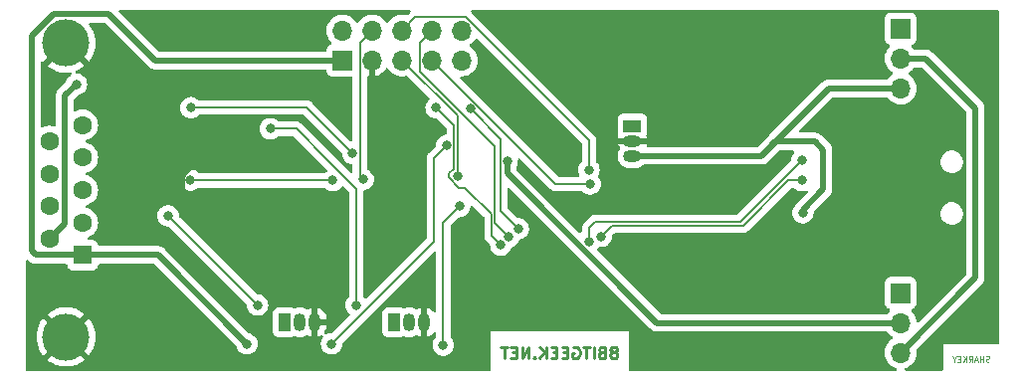
<source format=gbr>
G04 #@! TF.GenerationSoftware,KiCad,Pcbnew,6.99.0-a9ca49a600~144~ubuntu20.04.1*
G04 #@! TF.CreationDate,2022-03-01T02:01:24-05:00*
G04 #@! TF.ProjectId,pa-jtag,70612d6a-7461-4672-9e6b-696361645f70,rev?*
G04 #@! TF.SameCoordinates,Original*
G04 #@! TF.FileFunction,Copper,L2,Bot*
G04 #@! TF.FilePolarity,Positive*
%FSLAX46Y46*%
G04 Gerber Fmt 4.6, Leading zero omitted, Abs format (unit mm)*
G04 Created by KiCad (PCBNEW 6.99.0-a9ca49a600~144~ubuntu20.04.1) date 2022-03-01 02:01:24*
%MOMM*%
%LPD*%
G01*
G04 APERTURE LIST*
%ADD10C,0.125000*%
G04 #@! TA.AperFunction,NonConductor*
%ADD11C,0.125000*%
G04 #@! TD*
%ADD12C,0.250000*%
G04 #@! TA.AperFunction,NonConductor*
%ADD13C,0.250000*%
G04 #@! TD*
G04 #@! TA.AperFunction,ComponentPad*
%ADD14R,1.700000X1.700000*%
G04 #@! TD*
G04 #@! TA.AperFunction,ComponentPad*
%ADD15O,1.700000X1.700000*%
G04 #@! TD*
G04 #@! TA.AperFunction,ComponentPad*
%ADD16R,1.050000X1.500000*%
G04 #@! TD*
G04 #@! TA.AperFunction,ComponentPad*
%ADD17O,1.050000X1.500000*%
G04 #@! TD*
G04 #@! TA.AperFunction,ComponentPad*
%ADD18R,1.500000X1.050000*%
G04 #@! TD*
G04 #@! TA.AperFunction,ComponentPad*
%ADD19O,1.500000X1.050000*%
G04 #@! TD*
G04 #@! TA.AperFunction,ComponentPad*
%ADD20C,4.000000*%
G04 #@! TD*
G04 #@! TA.AperFunction,ComponentPad*
%ADD21R,1.600000X1.600000*%
G04 #@! TD*
G04 #@! TA.AperFunction,ComponentPad*
%ADD22C,1.600000*%
G04 #@! TD*
G04 #@! TA.AperFunction,ViaPad*
%ADD23C,0.800000*%
G04 #@! TD*
G04 #@! TA.AperFunction,Conductor*
%ADD24C,0.500000*%
G04 #@! TD*
G04 #@! TA.AperFunction,Conductor*
%ADD25C,0.400000*%
G04 #@! TD*
G04 #@! TA.AperFunction,Conductor*
%ADD26C,0.200000*%
G04 #@! TD*
G04 APERTURE END LIST*
D10*
D11*
X201659523Y-96802380D02*
X201588095Y-96826190D01*
X201469047Y-96826190D01*
X201421428Y-96802380D01*
X201397619Y-96778571D01*
X201373809Y-96730952D01*
X201373809Y-96683333D01*
X201397619Y-96635714D01*
X201421428Y-96611904D01*
X201469047Y-96588095D01*
X201564285Y-96564285D01*
X201611904Y-96540476D01*
X201635714Y-96516666D01*
X201659523Y-96469047D01*
X201659523Y-96421428D01*
X201635714Y-96373809D01*
X201611904Y-96350000D01*
X201564285Y-96326190D01*
X201445238Y-96326190D01*
X201373809Y-96350000D01*
X201159523Y-96826190D02*
X201159523Y-96326190D01*
X201159523Y-96564285D02*
X200873809Y-96564285D01*
X200873809Y-96826190D02*
X200873809Y-96326190D01*
X200659523Y-96683333D02*
X200421428Y-96683333D01*
X200707142Y-96826190D02*
X200540476Y-96326190D01*
X200373809Y-96826190D01*
X199921428Y-96826190D02*
X200088095Y-96588095D01*
X200207142Y-96826190D02*
X200207142Y-96326190D01*
X200016666Y-96326190D01*
X199969047Y-96350000D01*
X199945238Y-96373809D01*
X199921428Y-96421428D01*
X199921428Y-96492857D01*
X199945238Y-96540476D01*
X199969047Y-96564285D01*
X200016666Y-96588095D01*
X200207142Y-96588095D01*
X199707142Y-96826190D02*
X199707142Y-96326190D01*
X199421428Y-96826190D02*
X199635714Y-96540476D01*
X199421428Y-96326190D02*
X199707142Y-96611904D01*
X199207142Y-96564285D02*
X199040476Y-96564285D01*
X198969047Y-96826190D02*
X199207142Y-96826190D01*
X199207142Y-96326190D01*
X198969047Y-96326190D01*
X198659523Y-96588095D02*
X198659523Y-96826190D01*
X198826190Y-96326190D02*
X198659523Y-96588095D01*
X198492857Y-96326190D01*
D12*
D13*
X169814285Y-95980952D02*
X169909523Y-95933333D01*
X169957142Y-95885714D01*
X170004761Y-95790476D01*
X170004761Y-95742857D01*
X169957142Y-95647619D01*
X169909523Y-95600000D01*
X169814285Y-95552380D01*
X169623809Y-95552380D01*
X169528571Y-95600000D01*
X169480952Y-95647619D01*
X169433333Y-95742857D01*
X169433333Y-95790476D01*
X169480952Y-95885714D01*
X169528571Y-95933333D01*
X169623809Y-95980952D01*
X169814285Y-95980952D01*
X169909523Y-96028571D01*
X169957142Y-96076190D01*
X170004761Y-96171428D01*
X170004761Y-96361904D01*
X169957142Y-96457142D01*
X169909523Y-96504761D01*
X169814285Y-96552380D01*
X169623809Y-96552380D01*
X169528571Y-96504761D01*
X169480952Y-96457142D01*
X169433333Y-96361904D01*
X169433333Y-96171428D01*
X169480952Y-96076190D01*
X169528571Y-96028571D01*
X169623809Y-95980952D01*
X168671428Y-96028571D02*
X168528571Y-96076190D01*
X168480952Y-96123809D01*
X168433333Y-96219047D01*
X168433333Y-96361904D01*
X168480952Y-96457142D01*
X168528571Y-96504761D01*
X168623809Y-96552380D01*
X169004761Y-96552380D01*
X169004761Y-95552380D01*
X168671428Y-95552380D01*
X168576190Y-95600000D01*
X168528571Y-95647619D01*
X168480952Y-95742857D01*
X168480952Y-95838095D01*
X168528571Y-95933333D01*
X168576190Y-95980952D01*
X168671428Y-96028571D01*
X169004761Y-96028571D01*
X168004761Y-96552380D02*
X168004761Y-95552380D01*
X167671428Y-95552380D02*
X167100000Y-95552380D01*
X167385714Y-96552380D02*
X167385714Y-95552380D01*
X166242857Y-95600000D02*
X166338095Y-95552380D01*
X166480952Y-95552380D01*
X166623809Y-95600000D01*
X166719047Y-95695238D01*
X166766666Y-95790476D01*
X166814285Y-95980952D01*
X166814285Y-96123809D01*
X166766666Y-96314285D01*
X166719047Y-96409523D01*
X166623809Y-96504761D01*
X166480952Y-96552380D01*
X166385714Y-96552380D01*
X166242857Y-96504761D01*
X166195238Y-96457142D01*
X166195238Y-96123809D01*
X166385714Y-96123809D01*
X165766666Y-96028571D02*
X165433333Y-96028571D01*
X165290476Y-96552380D02*
X165766666Y-96552380D01*
X165766666Y-95552380D01*
X165290476Y-95552380D01*
X164861904Y-96028571D02*
X164528571Y-96028571D01*
X164385714Y-96552380D02*
X164861904Y-96552380D01*
X164861904Y-95552380D01*
X164385714Y-95552380D01*
X163957142Y-96552380D02*
X163957142Y-95552380D01*
X163385714Y-96552380D02*
X163814285Y-95980952D01*
X163385714Y-95552380D02*
X163957142Y-96123809D01*
X162957142Y-96457142D02*
X162909523Y-96504761D01*
X162957142Y-96552380D01*
X163004761Y-96504761D01*
X162957142Y-96457142D01*
X162957142Y-96552380D01*
X162480952Y-96552380D02*
X162480952Y-95552380D01*
X161909523Y-96552380D01*
X161909523Y-95552380D01*
X161433333Y-96028571D02*
X161100000Y-96028571D01*
X160957142Y-96552380D02*
X161433333Y-96552380D01*
X161433333Y-95552380D01*
X160957142Y-95552380D01*
X160671428Y-95552380D02*
X160100000Y-95552380D01*
X160385714Y-96552380D02*
X160385714Y-95552380D01*
D14*
X146625000Y-71175000D03*
D15*
X146625000Y-68635000D03*
X149165000Y-71175000D03*
X149165000Y-68635000D03*
X151705000Y-71175000D03*
X151705000Y-68635000D03*
X154245000Y-71175000D03*
X154245000Y-68635000D03*
X156785000Y-71175000D03*
X156785000Y-68635000D03*
D16*
X141730000Y-93460000D03*
D17*
X143000000Y-93460000D03*
X144270000Y-93460000D03*
D16*
X151030000Y-93460000D03*
D17*
X152300000Y-93460000D03*
X153570000Y-93460000D03*
D14*
X194125000Y-90975000D03*
D15*
X194125000Y-93515000D03*
X194125000Y-96055000D03*
D14*
X194125000Y-68475000D03*
D15*
X194125000Y-71015000D03*
X194125000Y-73555000D03*
D18*
X171300000Y-76750000D03*
D19*
X171300000Y-78020000D03*
X171300000Y-79290000D03*
D20*
X123110331Y-69710000D03*
X123110331Y-94710000D03*
D21*
X124530331Y-87750000D03*
D22*
X124530331Y-84980000D03*
X124530331Y-82210000D03*
X124530331Y-79440000D03*
X124530331Y-76670000D03*
X121690331Y-86365000D03*
X121690331Y-83595000D03*
X121690331Y-80825000D03*
X121690331Y-78055000D03*
D23*
X190200000Y-92300000D03*
X151100000Y-82500000D03*
X138100000Y-69000000D03*
X184000000Y-91800000D03*
X144800000Y-85700000D03*
X160800000Y-74300000D03*
X134700000Y-80300000D03*
X139400000Y-84600000D03*
X184700000Y-85175000D03*
X185800000Y-84150000D03*
X124000000Y-73200000D03*
X138500000Y-95300000D03*
X185700000Y-81400000D03*
X168650000Y-86150000D03*
X167600000Y-86650000D03*
X185700000Y-79700000D03*
X131800000Y-84400000D03*
X139400000Y-92000000D03*
X133700000Y-81350000D03*
X145800000Y-81400000D03*
X147500000Y-79100000D03*
X133750000Y-75200000D03*
X160650000Y-79750000D03*
X147800000Y-92000000D03*
X140500000Y-77000000D03*
X155200000Y-95400000D03*
X156600000Y-83600000D03*
X155500000Y-78400000D03*
X145700000Y-95300000D03*
X148400000Y-81300000D03*
X156400000Y-81000000D03*
X167600000Y-80500000D03*
X167700000Y-81700000D03*
X160800000Y-86200000D03*
X154600000Y-75200000D03*
X160100000Y-86900000D03*
X157500000Y-75300000D03*
X161600000Y-85500000D03*
D24*
X134700000Y-80300000D02*
X133690030Y-80300000D01*
X139400000Y-84600000D02*
X144270000Y-89470000D01*
D25*
X149165000Y-71175000D02*
X149165000Y-80565000D01*
D24*
X134700000Y-80300000D02*
X133700331Y-80300000D01*
X144270000Y-89470000D02*
X144270000Y-93460000D01*
X132950489Y-83950489D02*
X133500000Y-84500000D01*
X132950489Y-81039541D02*
X132950489Y-83950489D01*
X133600000Y-84600000D02*
X139400000Y-84600000D01*
D25*
X149165000Y-80565000D02*
X151100000Y-82500000D01*
D24*
X133700331Y-80300000D02*
X123110331Y-69710000D01*
X133690030Y-80300000D02*
X132950489Y-81039541D01*
X184000000Y-91800000D02*
X184000000Y-85875000D01*
X184000000Y-85875000D02*
X184700000Y-85175000D01*
X133500000Y-84500000D02*
X133600000Y-84600000D01*
X186850000Y-78100000D02*
X187550000Y-78800000D01*
X194125000Y-73555000D02*
X187995000Y-73555000D01*
X182260000Y-79290000D02*
X183450000Y-78100000D01*
X183450000Y-78100000D02*
X186800000Y-78100000D01*
X187995000Y-73555000D02*
X182260000Y-79290000D01*
X187550000Y-82150000D02*
X185800000Y-83900000D01*
X185800000Y-83900000D02*
X185800000Y-84150000D01*
X186800000Y-78100000D02*
X186850000Y-78100000D01*
X187550000Y-78800000D02*
X187550000Y-82150000D01*
X182260000Y-79290000D02*
X171300000Y-79290000D01*
X123000000Y-85055331D02*
X123000000Y-74200000D01*
X121690331Y-86365000D02*
X123000000Y-85055331D01*
X123000000Y-74200000D02*
X124000000Y-73200000D01*
X200500000Y-75250000D02*
X196265000Y-71015000D01*
X194125000Y-96055000D02*
X200500000Y-89680000D01*
X196265000Y-71015000D02*
X194125000Y-71015000D01*
X200500000Y-89680000D02*
X200500000Y-75250000D01*
X120200000Y-87400000D02*
X120200000Y-69100000D01*
X126700000Y-67200000D02*
X130675000Y-71175000D01*
X130950000Y-87750000D02*
X138500000Y-95300000D01*
X130675000Y-71175000D02*
X146625000Y-71175000D01*
X122100000Y-67200000D02*
X126700000Y-67200000D01*
X120550000Y-87750000D02*
X120200000Y-87400000D01*
X124530331Y-87750000D02*
X130950000Y-87750000D01*
X120200000Y-69100000D02*
X122100000Y-67200000D01*
X124530331Y-87750000D02*
X120550000Y-87750000D01*
D26*
X168650000Y-86150000D02*
X169550480Y-85249520D01*
X180700480Y-85249520D02*
X184550000Y-81400000D01*
X184550000Y-81400000D02*
X185700000Y-81400000D01*
X169550480Y-85249520D02*
X180700480Y-85249520D01*
X185700000Y-79700000D02*
X180450000Y-84950000D01*
X180450000Y-84950000D02*
X168100000Y-84950000D01*
X167600000Y-85450000D02*
X167600000Y-86650000D01*
X168100000Y-84950000D02*
X167600000Y-85450000D01*
X139400000Y-92000000D02*
X131800000Y-84400000D01*
X145800000Y-81400000D02*
X133750000Y-81400000D01*
X133750000Y-81400000D02*
X133700000Y-81350000D01*
X143600000Y-75200000D02*
X133750000Y-75200000D01*
X147500000Y-79100000D02*
X143600000Y-75200000D01*
D24*
X194125000Y-93515000D02*
X173405030Y-93515000D01*
X173405030Y-93515000D02*
X160650000Y-80759970D01*
X160650000Y-80759970D02*
X160650000Y-79750000D01*
D26*
X147800000Y-82100000D02*
X145300000Y-79600000D01*
X145300000Y-79600000D02*
X142700000Y-77000000D01*
X142700000Y-77000000D02*
X140500000Y-77000000D01*
X147800000Y-92000000D02*
X147800000Y-82100000D01*
X156600000Y-83600000D02*
X155200000Y-85000000D01*
X155200000Y-85000000D02*
X155200000Y-95400000D01*
X154400000Y-83800000D02*
X154400000Y-79500000D01*
X154400000Y-86600000D02*
X154400000Y-83800000D01*
X154400000Y-79500000D02*
X155500000Y-78400000D01*
X145700000Y-95300000D02*
X154400000Y-86600000D01*
X148400000Y-81300000D02*
X148115489Y-81015489D01*
X148115489Y-69684511D02*
X149165000Y-68635000D01*
X148115489Y-81015489D02*
X148115489Y-69684511D01*
X156400000Y-81000000D02*
X156400000Y-75870000D01*
X156400000Y-75870000D02*
X151705000Y-71175000D01*
X167600000Y-80500000D02*
X167600000Y-77965766D01*
X167600000Y-77965766D02*
X157134234Y-67500000D01*
X152840000Y-67500000D02*
X151705000Y-68635000D01*
X157134234Y-67500000D02*
X152840000Y-67500000D01*
X164770000Y-81700000D02*
X167700000Y-81700000D01*
X154245000Y-71175000D02*
X164770000Y-81700000D01*
X159600000Y-85000000D02*
X159600000Y-78500000D01*
X159600000Y-78500000D02*
X153195489Y-72095489D01*
X153195489Y-69684511D02*
X154245000Y-68635000D01*
X160800000Y-86200000D02*
X159600000Y-85000000D01*
X153195489Y-72095489D02*
X153195489Y-69684511D01*
X156552162Y-82000000D02*
X157047838Y-82000000D01*
X157047838Y-82000000D02*
X159300000Y-84252162D01*
X156099511Y-80400489D02*
X155700000Y-80800000D01*
X159300000Y-84252162D02*
X159300000Y-86100000D01*
X159300000Y-86100000D02*
X160100000Y-86900000D01*
X156099511Y-76699511D02*
X156099511Y-80400489D01*
X154600000Y-75200000D02*
X156099511Y-76699511D01*
X155700000Y-81147838D02*
X156552162Y-82000000D01*
X155700000Y-80800000D02*
X155700000Y-81147838D01*
X160050489Y-83950489D02*
X160050489Y-77850489D01*
X161600000Y-85500000D02*
X160050489Y-83950489D01*
X160050489Y-77850489D02*
X157500000Y-75300000D01*
G04 #@! TA.AperFunction,Conductor*
G36*
X202416661Y-66878002D02*
G01*
X202463154Y-66931658D01*
X202474540Y-66984000D01*
X202474540Y-95226000D01*
X202454538Y-95294121D01*
X202400882Y-95340614D01*
X202348540Y-95352000D01*
X197724738Y-95352000D01*
X197724738Y-97466000D01*
X197704736Y-97534121D01*
X197651080Y-97580614D01*
X197598738Y-97592000D01*
X194588129Y-97592000D01*
X194520008Y-97571998D01*
X194473515Y-97518342D01*
X194463411Y-97448068D01*
X194492905Y-97383488D01*
X194551921Y-97345314D01*
X194617429Y-97325661D01*
X194617434Y-97325659D01*
X194622384Y-97324174D01*
X194822994Y-97225896D01*
X195004860Y-97096173D01*
X195163096Y-96938489D01*
X195222594Y-96855689D01*
X195290435Y-96761277D01*
X195293453Y-96757077D01*
X195337806Y-96667336D01*
X195390136Y-96561453D01*
X195390137Y-96561451D01*
X195392430Y-96556811D01*
X195457370Y-96343069D01*
X195486529Y-96121590D01*
X195487274Y-96091118D01*
X195488074Y-96058365D01*
X195488074Y-96058361D01*
X195488156Y-96055000D01*
X195470870Y-95844747D01*
X195485223Y-95775219D01*
X195507351Y-95745330D01*
X200988911Y-90263770D01*
X201003323Y-90251384D01*
X201014918Y-90242851D01*
X201014923Y-90242846D01*
X201020818Y-90238508D01*
X201025557Y-90232930D01*
X201025560Y-90232927D01*
X201055035Y-90198232D01*
X201061965Y-90190716D01*
X201067660Y-90185021D01*
X201085281Y-90162749D01*
X201088072Y-90159345D01*
X201130591Y-90109297D01*
X201130592Y-90109295D01*
X201135333Y-90103715D01*
X201138661Y-90097199D01*
X201142020Y-90092162D01*
X201145194Y-90087023D01*
X201149734Y-90081284D01*
X201180636Y-90015163D01*
X201182569Y-90011209D01*
X201186239Y-90004021D01*
X201215769Y-89946192D01*
X201217510Y-89939076D01*
X201219604Y-89933446D01*
X201221523Y-89927679D01*
X201224621Y-89921050D01*
X201239483Y-89849600D01*
X201240453Y-89845315D01*
X201256473Y-89779844D01*
X201257808Y-89774390D01*
X201258500Y-89763236D01*
X201258536Y-89763238D01*
X201258775Y-89759248D01*
X201259150Y-89755050D01*
X201260640Y-89747885D01*
X201258546Y-89670479D01*
X201258500Y-89667072D01*
X201258500Y-75317063D01*
X201259933Y-75298114D01*
X201262097Y-75283886D01*
X201263198Y-75276651D01*
X201258915Y-75223990D01*
X201258500Y-75213777D01*
X201258500Y-75205707D01*
X201258078Y-75202087D01*
X201258077Y-75202069D01*
X201255208Y-75177461D01*
X201254775Y-75173086D01*
X201249454Y-75107661D01*
X201249453Y-75107658D01*
X201248860Y-75100363D01*
X201246604Y-75093399D01*
X201245413Y-75087440D01*
X201244029Y-75081585D01*
X201243182Y-75074319D01*
X201218265Y-75005673D01*
X201216848Y-75001545D01*
X201196607Y-74939064D01*
X201196606Y-74939062D01*
X201194351Y-74932101D01*
X201190555Y-74925846D01*
X201188049Y-74920372D01*
X201185330Y-74914942D01*
X201182833Y-74908063D01*
X201142809Y-74847016D01*
X201140472Y-74843312D01*
X201105509Y-74785693D01*
X201105505Y-74785688D01*
X201102595Y-74780892D01*
X201095197Y-74772516D01*
X201095223Y-74772493D01*
X201092574Y-74769503D01*
X201089866Y-74766264D01*
X201085856Y-74760148D01*
X201080549Y-74755121D01*
X201080546Y-74755117D01*
X201029617Y-74706872D01*
X201027175Y-74704494D01*
X196848770Y-70526089D01*
X196836384Y-70511677D01*
X196827851Y-70500082D01*
X196827846Y-70500077D01*
X196823508Y-70494182D01*
X196817930Y-70489443D01*
X196817927Y-70489440D01*
X196783232Y-70459965D01*
X196775716Y-70453035D01*
X196770021Y-70447340D01*
X196763880Y-70442482D01*
X196747749Y-70429719D01*
X196744345Y-70426928D01*
X196694297Y-70384409D01*
X196694295Y-70384408D01*
X196688715Y-70379667D01*
X196682199Y-70376339D01*
X196677150Y-70372972D01*
X196672021Y-70369805D01*
X196666284Y-70365266D01*
X196600125Y-70334345D01*
X196596225Y-70332439D01*
X196574628Y-70321411D01*
X196531192Y-70299231D01*
X196524084Y-70297492D01*
X196518441Y-70295393D01*
X196512678Y-70293476D01*
X196506050Y-70290378D01*
X196434583Y-70275513D01*
X196430299Y-70274543D01*
X196425910Y-70273469D01*
X196359390Y-70257192D01*
X196353788Y-70256844D01*
X196353785Y-70256844D01*
X196348236Y-70256500D01*
X196348238Y-70256464D01*
X196344245Y-70256225D01*
X196340053Y-70255851D01*
X196332885Y-70254360D01*
X196266675Y-70256151D01*
X196255479Y-70256454D01*
X196252072Y-70256500D01*
X195320939Y-70256500D01*
X195252818Y-70236498D01*
X195215147Y-70198941D01*
X195207818Y-70187612D01*
X195205014Y-70183277D01*
X195197678Y-70175215D01*
X195057798Y-70021488D01*
X195026746Y-69957642D01*
X195035141Y-69887143D01*
X195080317Y-69832375D01*
X195106761Y-69818706D01*
X195213297Y-69778767D01*
X195221705Y-69775615D01*
X195338261Y-69688261D01*
X195425615Y-69571705D01*
X195476745Y-69435316D01*
X195483500Y-69373134D01*
X195483500Y-67576866D01*
X195476745Y-67514684D01*
X195425615Y-67378295D01*
X195338261Y-67261739D01*
X195221705Y-67174385D01*
X195085316Y-67123255D01*
X195023134Y-67116500D01*
X193226866Y-67116500D01*
X193164684Y-67123255D01*
X193028295Y-67174385D01*
X192911739Y-67261739D01*
X192824385Y-67378295D01*
X192773255Y-67514684D01*
X192766500Y-67576866D01*
X192766500Y-69373134D01*
X192773255Y-69435316D01*
X192824385Y-69571705D01*
X192911739Y-69688261D01*
X193028295Y-69775615D01*
X193036704Y-69778767D01*
X193036705Y-69778768D01*
X193145451Y-69819535D01*
X193202216Y-69862176D01*
X193226916Y-69928738D01*
X193211709Y-69998087D01*
X193192316Y-70024568D01*
X193070033Y-70152530D01*
X193065629Y-70157138D01*
X193062715Y-70161410D01*
X193062714Y-70161411D01*
X193047798Y-70183277D01*
X192939743Y-70341680D01*
X192910298Y-70405114D01*
X192854144Y-70526089D01*
X192845688Y-70544305D01*
X192785989Y-70759570D01*
X192762251Y-70981695D01*
X192775110Y-71204715D01*
X192776247Y-71209761D01*
X192776248Y-71209767D01*
X192794160Y-71289244D01*
X192824222Y-71422639D01*
X192908266Y-71629616D01*
X193024987Y-71820088D01*
X193028367Y-71823990D01*
X193030086Y-71825974D01*
X193171250Y-71988938D01*
X193343126Y-72131632D01*
X193372742Y-72148938D01*
X193416445Y-72174476D01*
X193465169Y-72226114D01*
X193478240Y-72295897D01*
X193451509Y-72361669D01*
X193411055Y-72395027D01*
X193398607Y-72401507D01*
X193394474Y-72404610D01*
X193394471Y-72404612D01*
X193224100Y-72532530D01*
X193219965Y-72535635D01*
X193216393Y-72539373D01*
X193098199Y-72663056D01*
X193065629Y-72697138D01*
X193035363Y-72741507D01*
X192980455Y-72786507D01*
X192931277Y-72796500D01*
X188062070Y-72796500D01*
X188043120Y-72795067D01*
X188028885Y-72792901D01*
X188028881Y-72792901D01*
X188021651Y-72791801D01*
X188014359Y-72792394D01*
X188014356Y-72792394D01*
X187968982Y-72796085D01*
X187958767Y-72796500D01*
X187950707Y-72796500D01*
X187947073Y-72796924D01*
X187947067Y-72796924D01*
X187934042Y-72798443D01*
X187922480Y-72799791D01*
X187918132Y-72800221D01*
X187845364Y-72806140D01*
X187838403Y-72808395D01*
X187832463Y-72809582D01*
X187826588Y-72810971D01*
X187819319Y-72811818D01*
X187750670Y-72836736D01*
X187746542Y-72838153D01*
X187684064Y-72858393D01*
X187684062Y-72858394D01*
X187677101Y-72860649D01*
X187670846Y-72864445D01*
X187665372Y-72866951D01*
X187659942Y-72869670D01*
X187653063Y-72872167D01*
X187646943Y-72876180D01*
X187646942Y-72876180D01*
X187592024Y-72912186D01*
X187588320Y-72914523D01*
X187525893Y-72952405D01*
X187517516Y-72959803D01*
X187517492Y-72959776D01*
X187514500Y-72962429D01*
X187511267Y-72965132D01*
X187505148Y-72969144D01*
X187451872Y-73025383D01*
X187449494Y-73027825D01*
X182975850Y-77501469D01*
X182967577Y-77509037D01*
X182966268Y-77510132D01*
X182960148Y-77514144D01*
X182933900Y-77541852D01*
X182906872Y-77570383D01*
X182904494Y-77572825D01*
X181982724Y-78494595D01*
X181920412Y-78528621D01*
X181893629Y-78531500D01*
X172618973Y-78531500D01*
X172550852Y-78511498D01*
X172504359Y-78457842D01*
X172494255Y-78387568D01*
X172498608Y-78368241D01*
X172522422Y-78291308D01*
X172522628Y-78277205D01*
X172515873Y-78274000D01*
X171746242Y-78274000D01*
X171732197Y-78273215D01*
X171717799Y-78271600D01*
X171583183Y-78256500D01*
X171023996Y-78256500D01*
X170873287Y-78271277D01*
X170870998Y-78271968D01*
X170850276Y-78274000D01*
X170091014Y-78274000D01*
X170077483Y-78277973D01*
X170076363Y-78285768D01*
X170110846Y-78402932D01*
X170115439Y-78414300D01*
X170203584Y-78582907D01*
X170205597Y-78585983D01*
X170206154Y-78587822D01*
X170206440Y-78588370D01*
X170206336Y-78588424D01*
X170226161Y-78653936D01*
X170211001Y-78714906D01*
X170117644Y-78887565D01*
X170109908Y-78912556D01*
X170060377Y-79072565D01*
X170057710Y-79081180D01*
X170036524Y-79282750D01*
X170041254Y-79334726D01*
X170053598Y-79470351D01*
X170054894Y-79484596D01*
X170056632Y-79490502D01*
X170056633Y-79490506D01*
X170082543Y-79578538D01*
X170112119Y-79679029D01*
X170114972Y-79684486D01*
X170114973Y-79684489D01*
X170150756Y-79752936D01*
X170206019Y-79858645D01*
X170209879Y-79863445D01*
X170209879Y-79863446D01*
X170234287Y-79893803D01*
X170333019Y-80016601D01*
X170488281Y-80146881D01*
X170493673Y-80149845D01*
X170493677Y-80149848D01*
X170625551Y-80222346D01*
X170665891Y-80244523D01*
X170859084Y-80305807D01*
X170865201Y-80306493D01*
X170865205Y-80306494D01*
X170939348Y-80314810D01*
X171016817Y-80323500D01*
X171576004Y-80323500D01*
X171726713Y-80308723D01*
X171920742Y-80250142D01*
X172099698Y-80154990D01*
X172124541Y-80134729D01*
X172195498Y-80076857D01*
X172260930Y-80049303D01*
X172275134Y-80048500D01*
X182192930Y-80048500D01*
X182211880Y-80049933D01*
X182226115Y-80052099D01*
X182226119Y-80052099D01*
X182233349Y-80053199D01*
X182240641Y-80052606D01*
X182240644Y-80052606D01*
X182286018Y-80048915D01*
X182296233Y-80048500D01*
X182304293Y-80048500D01*
X182317583Y-80046951D01*
X182332507Y-80045211D01*
X182336882Y-80044778D01*
X182402339Y-80039454D01*
X182402342Y-80039453D01*
X182409637Y-80038860D01*
X182416601Y-80036604D01*
X182422560Y-80035413D01*
X182428415Y-80034029D01*
X182435681Y-80033182D01*
X182504327Y-80008265D01*
X182508455Y-80006848D01*
X182570936Y-79986607D01*
X182570938Y-79986606D01*
X182577899Y-79984351D01*
X182584154Y-79980555D01*
X182589628Y-79978049D01*
X182595058Y-79975330D01*
X182601937Y-79972833D01*
X182608058Y-79968820D01*
X182662976Y-79932814D01*
X182666680Y-79930477D01*
X182729107Y-79892595D01*
X182737484Y-79885197D01*
X182737508Y-79885224D01*
X182740500Y-79882571D01*
X182743733Y-79879868D01*
X182749852Y-79875856D01*
X182803128Y-79819617D01*
X182805506Y-79817175D01*
X183727276Y-78895405D01*
X183789588Y-78861379D01*
X183816371Y-78858500D01*
X184952183Y-78858500D01*
X185020304Y-78878502D01*
X185066797Y-78932158D01*
X185076901Y-79002432D01*
X185045819Y-79068810D01*
X184981149Y-79140634D01*
X184960960Y-79163056D01*
X184929479Y-79217582D01*
X184884679Y-79295179D01*
X184865473Y-79328444D01*
X184806458Y-79510072D01*
X184805768Y-79516633D01*
X184805768Y-79516635D01*
X184792127Y-79646425D01*
X184786496Y-79700000D01*
X184786684Y-79701786D01*
X184767184Y-79768196D01*
X184750281Y-79789170D01*
X180234856Y-84304595D01*
X180172544Y-84338621D01*
X180145761Y-84341500D01*
X168148136Y-84341500D01*
X168131693Y-84340422D01*
X168100000Y-84336250D01*
X168091811Y-84337328D01*
X168060126Y-84341499D01*
X168060117Y-84341500D01*
X168060115Y-84341500D01*
X168060109Y-84341501D01*
X168060107Y-84341501D01*
X167960543Y-84354609D01*
X167949336Y-84356084D01*
X167949334Y-84356085D01*
X167941149Y-84357162D01*
X167793124Y-84418476D01*
X167757787Y-84445591D01*
X167697937Y-84491515D01*
X167697921Y-84491529D01*
X167672566Y-84510984D01*
X167672563Y-84510987D01*
X167666013Y-84516013D01*
X167660983Y-84522568D01*
X167646548Y-84541379D01*
X167635681Y-84553770D01*
X167203766Y-84985685D01*
X167191375Y-84996552D01*
X167166013Y-85016013D01*
X167141526Y-85047925D01*
X167141523Y-85047928D01*
X167141517Y-85047936D01*
X167074918Y-85134729D01*
X167068476Y-85143124D01*
X167033536Y-85227477D01*
X167016422Y-85268794D01*
X167011760Y-85280050D01*
X167007162Y-85291150D01*
X166991500Y-85410115D01*
X166991500Y-85410120D01*
X166986250Y-85450000D01*
X166987328Y-85458188D01*
X166990422Y-85481690D01*
X166991500Y-85498136D01*
X166991500Y-85724599D01*
X166971498Y-85792720D01*
X166917842Y-85839213D01*
X166847568Y-85849317D01*
X166782988Y-85819823D01*
X166776405Y-85813694D01*
X161445405Y-80482694D01*
X161411379Y-80420382D01*
X161408500Y-80393599D01*
X161408500Y-80286999D01*
X161425381Y-80223999D01*
X161426336Y-80222346D01*
X161459808Y-80164371D01*
X161481223Y-80127279D01*
X161481224Y-80127278D01*
X161484527Y-80121556D01*
X161543542Y-79939928D01*
X161544537Y-79930467D01*
X161562814Y-79756565D01*
X161563504Y-79750000D01*
X161554193Y-79661412D01*
X161566965Y-79591574D01*
X161615467Y-79539728D01*
X161684300Y-79522333D01*
X161751610Y-79544914D01*
X161768598Y-79559147D01*
X164305685Y-82096234D01*
X164316552Y-82108625D01*
X164336013Y-82133987D01*
X164342563Y-82139013D01*
X164367921Y-82158471D01*
X164367937Y-82158485D01*
X164397568Y-82181221D01*
X164463124Y-82231524D01*
X164611149Y-82292838D01*
X164619336Y-82293916D01*
X164619337Y-82293916D01*
X164630542Y-82295391D01*
X164661738Y-82299498D01*
X164730115Y-82308500D01*
X164730118Y-82308500D01*
X164730126Y-82308501D01*
X164761811Y-82312672D01*
X164770000Y-82313750D01*
X164778189Y-82312672D01*
X164801693Y-82309578D01*
X164818138Y-82308500D01*
X166969290Y-82308500D01*
X167037411Y-82328502D01*
X167062926Y-82350189D01*
X167072405Y-82360716D01*
X167088747Y-82378866D01*
X167095654Y-82383884D01*
X167229632Y-82481225D01*
X167243248Y-82491118D01*
X167249276Y-82493802D01*
X167249278Y-82493803D01*
X167401978Y-82561789D01*
X167417712Y-82568794D01*
X167511113Y-82588647D01*
X167598056Y-82607128D01*
X167598061Y-82607128D01*
X167604513Y-82608500D01*
X167795487Y-82608500D01*
X167801939Y-82607128D01*
X167801944Y-82607128D01*
X167888888Y-82588647D01*
X167982288Y-82568794D01*
X167998022Y-82561789D01*
X168150722Y-82493803D01*
X168150724Y-82493802D01*
X168156752Y-82491118D01*
X168170369Y-82481225D01*
X168259878Y-82416192D01*
X168311253Y-82378866D01*
X168337074Y-82350189D01*
X168434621Y-82241852D01*
X168434622Y-82241851D01*
X168439040Y-82236944D01*
X168534527Y-82071556D01*
X168593542Y-81889928D01*
X168609587Y-81737273D01*
X168612814Y-81706565D01*
X168613504Y-81700000D01*
X168604824Y-81617412D01*
X168594232Y-81516635D01*
X168594232Y-81516633D01*
X168593542Y-81510072D01*
X168534527Y-81328444D01*
X168439040Y-81163056D01*
X168394998Y-81114143D01*
X168364283Y-81050138D01*
X168373046Y-80979685D01*
X168379509Y-80966849D01*
X168434527Y-80871556D01*
X168493542Y-80689928D01*
X168495431Y-80671961D01*
X168512814Y-80506565D01*
X168513504Y-80500000D01*
X168511529Y-80481206D01*
X168494232Y-80316635D01*
X168494232Y-80316633D01*
X168493542Y-80310072D01*
X168434527Y-80128444D01*
X168339040Y-79963056D01*
X168323868Y-79946206D01*
X168240864Y-79854020D01*
X168210146Y-79790013D01*
X168208500Y-79769710D01*
X168208500Y-78013902D01*
X168209578Y-77997456D01*
X168212672Y-77973954D01*
X168213750Y-77965766D01*
X168208500Y-77925888D01*
X168208500Y-77925881D01*
X168192838Y-77806916D01*
X168187407Y-77793803D01*
X168138693Y-77676198D01*
X168134686Y-77666523D01*
X168134685Y-77666521D01*
X168131524Y-77658890D01*
X168124848Y-77650189D01*
X168066723Y-77574440D01*
X168058477Y-77563694D01*
X168058474Y-77563691D01*
X168033987Y-77531779D01*
X168027432Y-77526749D01*
X168008621Y-77512314D01*
X167996230Y-77501447D01*
X167817917Y-77323134D01*
X170041500Y-77323134D01*
X170048255Y-77385316D01*
X170051029Y-77392715D01*
X170096234Y-77513299D01*
X170099385Y-77521705D01*
X170104768Y-77528888D01*
X170105242Y-77529753D01*
X170120411Y-77599110D01*
X170115087Y-77627522D01*
X170077578Y-77748693D01*
X170077372Y-77762795D01*
X170084127Y-77766000D01*
X170388180Y-77766000D01*
X170424495Y-77772584D01*
X170424600Y-77772144D01*
X170432284Y-77773971D01*
X170439684Y-77776745D01*
X170501866Y-77783500D01*
X172098134Y-77783500D01*
X172160316Y-77776745D01*
X172167716Y-77773971D01*
X172175400Y-77772144D01*
X172175505Y-77772584D01*
X172211820Y-77766000D01*
X172508986Y-77766000D01*
X172522517Y-77762027D01*
X172523637Y-77754232D01*
X172489154Y-77637067D01*
X172488949Y-77636560D01*
X172488921Y-77636276D01*
X172487415Y-77631159D01*
X172488388Y-77630873D01*
X172481975Y-77565906D01*
X172495246Y-77528869D01*
X172500615Y-77521705D01*
X172551745Y-77385316D01*
X172558500Y-77323134D01*
X172558500Y-76176866D01*
X172551745Y-76114684D01*
X172500615Y-75978295D01*
X172413261Y-75861739D01*
X172296705Y-75774385D01*
X172160316Y-75723255D01*
X172098134Y-75716500D01*
X170501866Y-75716500D01*
X170439684Y-75723255D01*
X170303295Y-75774385D01*
X170186739Y-75861739D01*
X170099385Y-75978295D01*
X170048255Y-76114684D01*
X170041500Y-76176866D01*
X170041500Y-77323134D01*
X167817917Y-77323134D01*
X157598549Y-67103766D01*
X157587682Y-67091375D01*
X157568221Y-67066013D01*
X157569413Y-67065099D01*
X157539753Y-67010783D01*
X157544818Y-66939968D01*
X157587365Y-66883132D01*
X157653885Y-66858321D01*
X157662874Y-66858000D01*
X202348540Y-66858000D01*
X202416661Y-66878002D01*
G37*
G04 #@! TD.AperFunction*
G04 #@! TA.AperFunction,Conductor*
G36*
X126401750Y-67978502D02*
G01*
X126422724Y-67995405D01*
X130091230Y-71663911D01*
X130103616Y-71678323D01*
X130112149Y-71689918D01*
X130112154Y-71689923D01*
X130116492Y-71695818D01*
X130122070Y-71700557D01*
X130122073Y-71700560D01*
X130156768Y-71730035D01*
X130164284Y-71736965D01*
X130169979Y-71742660D01*
X130172861Y-71744940D01*
X130192251Y-71760281D01*
X130195655Y-71763072D01*
X130245703Y-71805591D01*
X130251285Y-71810333D01*
X130257801Y-71813661D01*
X130262850Y-71817028D01*
X130267979Y-71820195D01*
X130273716Y-71824734D01*
X130339875Y-71855655D01*
X130343769Y-71857558D01*
X130408808Y-71890769D01*
X130415916Y-71892508D01*
X130421559Y-71894607D01*
X130427322Y-71896524D01*
X130433950Y-71899622D01*
X130441112Y-71901112D01*
X130441113Y-71901112D01*
X130505412Y-71914486D01*
X130509696Y-71915456D01*
X130580610Y-71932808D01*
X130586212Y-71933156D01*
X130586215Y-71933156D01*
X130591764Y-71933500D01*
X130591762Y-71933536D01*
X130595755Y-71933775D01*
X130599947Y-71934149D01*
X130607115Y-71935640D01*
X130684520Y-71933546D01*
X130687928Y-71933500D01*
X145140500Y-71933500D01*
X145208621Y-71953502D01*
X145255114Y-72007158D01*
X145266500Y-72059500D01*
X145266500Y-72073134D01*
X145273255Y-72135316D01*
X145324385Y-72271705D01*
X145411739Y-72388261D01*
X145528295Y-72475615D01*
X145664684Y-72526745D01*
X145726866Y-72533500D01*
X147380989Y-72533500D01*
X147449110Y-72553502D01*
X147495603Y-72607158D01*
X147506989Y-72659500D01*
X147506989Y-77942250D01*
X147486987Y-78010371D01*
X147433331Y-78056864D01*
X147363057Y-78066968D01*
X147298477Y-78037474D01*
X147291894Y-78031345D01*
X144064315Y-74803766D01*
X144053448Y-74791375D01*
X144039013Y-74772563D01*
X144033987Y-74766013D01*
X144002075Y-74741526D01*
X144002072Y-74741523D01*
X143953815Y-74704494D01*
X143913429Y-74673504D01*
X143913427Y-74673503D01*
X143906876Y-74668476D01*
X143758851Y-74607162D01*
X143750664Y-74606084D01*
X143750663Y-74606084D01*
X143739458Y-74604609D01*
X143708262Y-74600502D01*
X143639885Y-74591500D01*
X143639882Y-74591500D01*
X143639874Y-74591499D01*
X143608189Y-74587328D01*
X143600000Y-74586250D01*
X143568307Y-74590422D01*
X143551864Y-74591500D01*
X134480710Y-74591500D01*
X134412589Y-74571498D01*
X134387074Y-74549811D01*
X134365668Y-74526037D01*
X134365666Y-74526036D01*
X134361253Y-74521134D01*
X134284312Y-74465233D01*
X134212094Y-74412763D01*
X134212093Y-74412762D01*
X134206752Y-74408882D01*
X134200724Y-74406198D01*
X134200722Y-74406197D01*
X134038319Y-74333891D01*
X134038318Y-74333891D01*
X134032288Y-74331206D01*
X133938887Y-74311353D01*
X133851944Y-74292872D01*
X133851939Y-74292872D01*
X133845487Y-74291500D01*
X133654513Y-74291500D01*
X133648061Y-74292872D01*
X133648056Y-74292872D01*
X133561113Y-74311353D01*
X133467712Y-74331206D01*
X133461682Y-74333891D01*
X133461681Y-74333891D01*
X133299278Y-74406197D01*
X133299276Y-74406198D01*
X133293248Y-74408882D01*
X133287907Y-74412762D01*
X133287906Y-74412763D01*
X133252498Y-74438489D01*
X133138747Y-74521134D01*
X133010960Y-74663056D01*
X132915473Y-74828444D01*
X132856458Y-75010072D01*
X132836496Y-75200000D01*
X132837186Y-75206565D01*
X132843786Y-75269356D01*
X132856458Y-75389928D01*
X132915473Y-75571556D01*
X133010960Y-75736944D01*
X133015378Y-75741851D01*
X133015379Y-75741852D01*
X133112926Y-75850189D01*
X133138747Y-75878866D01*
X133293248Y-75991118D01*
X133299276Y-75993802D01*
X133299278Y-75993803D01*
X133461681Y-76066109D01*
X133467712Y-76068794D01*
X133561112Y-76088647D01*
X133648056Y-76107128D01*
X133648061Y-76107128D01*
X133654513Y-76108500D01*
X133845487Y-76108500D01*
X133851939Y-76107128D01*
X133851944Y-76107128D01*
X133938888Y-76088647D01*
X134032288Y-76068794D01*
X134038319Y-76066109D01*
X134200722Y-75993803D01*
X134200724Y-75993802D01*
X134206752Y-75991118D01*
X134224402Y-75978295D01*
X134339671Y-75894546D01*
X134361253Y-75878866D01*
X134370210Y-75868919D01*
X134387074Y-75850189D01*
X134447520Y-75812950D01*
X134480710Y-75808500D01*
X143295761Y-75808500D01*
X143363882Y-75828502D01*
X143384856Y-75845405D01*
X146550281Y-79010830D01*
X146584307Y-79073142D01*
X146586841Y-79096716D01*
X146586496Y-79100000D01*
X146587186Y-79106565D01*
X146605704Y-79282750D01*
X146606458Y-79289928D01*
X146665473Y-79471556D01*
X146668776Y-79477278D01*
X146668777Y-79477279D01*
X146687710Y-79510072D01*
X146760960Y-79636944D01*
X146765378Y-79641851D01*
X146765379Y-79641852D01*
X146868667Y-79756565D01*
X146888747Y-79778866D01*
X146982613Y-79847064D01*
X147035136Y-79885224D01*
X147043248Y-79891118D01*
X147049276Y-79893802D01*
X147049278Y-79893803D01*
X147211681Y-79966109D01*
X147217712Y-79968794D01*
X147396741Y-80006848D01*
X147404513Y-80008500D01*
X147404029Y-80010779D01*
X147459818Y-80033733D01*
X147500447Y-80091955D01*
X147506989Y-80132028D01*
X147506989Y-80642251D01*
X147486987Y-80710372D01*
X147433331Y-80756865D01*
X147363057Y-80766969D01*
X147298477Y-80737475D01*
X147291894Y-80731346D01*
X146600148Y-80039599D01*
X143164315Y-76603766D01*
X143153448Y-76591375D01*
X143139013Y-76572563D01*
X143133987Y-76566013D01*
X143102075Y-76541526D01*
X143102072Y-76541523D01*
X143006876Y-76468476D01*
X142858851Y-76407162D01*
X142850664Y-76406084D01*
X142850663Y-76406084D01*
X142839458Y-76404609D01*
X142808262Y-76400502D01*
X142739885Y-76391500D01*
X142739882Y-76391500D01*
X142739874Y-76391499D01*
X142708189Y-76387328D01*
X142700000Y-76386250D01*
X142668307Y-76390422D01*
X142651864Y-76391500D01*
X141230710Y-76391500D01*
X141162589Y-76371498D01*
X141137074Y-76349811D01*
X141115668Y-76326037D01*
X141115666Y-76326036D01*
X141111253Y-76321134D01*
X140980405Y-76226067D01*
X140962094Y-76212763D01*
X140962093Y-76212762D01*
X140956752Y-76208882D01*
X140950724Y-76206198D01*
X140950722Y-76206197D01*
X140788319Y-76133891D01*
X140788318Y-76133891D01*
X140782288Y-76131206D01*
X140688888Y-76111353D01*
X140601944Y-76092872D01*
X140601939Y-76092872D01*
X140595487Y-76091500D01*
X140404513Y-76091500D01*
X140398061Y-76092872D01*
X140398056Y-76092872D01*
X140311112Y-76111353D01*
X140217712Y-76131206D01*
X140211682Y-76133891D01*
X140211681Y-76133891D01*
X140049278Y-76206197D01*
X140049276Y-76206198D01*
X140043248Y-76208882D01*
X140037907Y-76212762D01*
X140037906Y-76212763D01*
X140019595Y-76226067D01*
X139888747Y-76321134D01*
X139760960Y-76463056D01*
X139665473Y-76628444D01*
X139606458Y-76810072D01*
X139605768Y-76816633D01*
X139605768Y-76816635D01*
X139602142Y-76851136D01*
X139586496Y-77000000D01*
X139587186Y-77006565D01*
X139599782Y-77126405D01*
X139606458Y-77189928D01*
X139665473Y-77371556D01*
X139668776Y-77377278D01*
X139668777Y-77377279D01*
X139672791Y-77384231D01*
X139760960Y-77536944D01*
X139765378Y-77541851D01*
X139765379Y-77541852D01*
X139877633Y-77666523D01*
X139888747Y-77678866D01*
X139941579Y-77717251D01*
X140017133Y-77772144D01*
X140043248Y-77791118D01*
X140049276Y-77793802D01*
X140049278Y-77793803D01*
X140204824Y-77863056D01*
X140217712Y-77868794D01*
X140311113Y-77888647D01*
X140398056Y-77907128D01*
X140398061Y-77907128D01*
X140404513Y-77908500D01*
X140595487Y-77908500D01*
X140601939Y-77907128D01*
X140601944Y-77907128D01*
X140688887Y-77888647D01*
X140782288Y-77868794D01*
X140795176Y-77863056D01*
X140950722Y-77793803D01*
X140950724Y-77793802D01*
X140956752Y-77791118D01*
X140967238Y-77783500D01*
X141089671Y-77694546D01*
X141111253Y-77678866D01*
X141137074Y-77650189D01*
X141197520Y-77612950D01*
X141230710Y-77608500D01*
X142395761Y-77608500D01*
X142463882Y-77628502D01*
X142484856Y-77645405D01*
X145299795Y-80460344D01*
X145333821Y-80522656D01*
X145328756Y-80593471D01*
X145284761Y-80651375D01*
X145235117Y-80687444D01*
X145188747Y-80721134D01*
X145184334Y-80726036D01*
X145184332Y-80726037D01*
X145162926Y-80749811D01*
X145102480Y-80787050D01*
X145069290Y-80791500D01*
X134475729Y-80791500D01*
X134407608Y-80771498D01*
X134382093Y-80749810D01*
X134352781Y-80717255D01*
X134311253Y-80671134D01*
X134205395Y-80594223D01*
X134162094Y-80562763D01*
X134162093Y-80562762D01*
X134156752Y-80558882D01*
X134150724Y-80556198D01*
X134150722Y-80556197D01*
X133988319Y-80483891D01*
X133988318Y-80483891D01*
X133982288Y-80481206D01*
X133884141Y-80460344D01*
X133801944Y-80442872D01*
X133801939Y-80442872D01*
X133795487Y-80441500D01*
X133604513Y-80441500D01*
X133598061Y-80442872D01*
X133598056Y-80442872D01*
X133515859Y-80460344D01*
X133417712Y-80481206D01*
X133411682Y-80483891D01*
X133411681Y-80483891D01*
X133249278Y-80556197D01*
X133249276Y-80556198D01*
X133243248Y-80558882D01*
X133237907Y-80562762D01*
X133237906Y-80562763D01*
X133194605Y-80594223D01*
X133088747Y-80671134D01*
X133084326Y-80676044D01*
X133084325Y-80676045D01*
X132969019Y-80804106D01*
X132960960Y-80813056D01*
X132923884Y-80877274D01*
X132869486Y-80971494D01*
X132865473Y-80978444D01*
X132806458Y-81160072D01*
X132805768Y-81166633D01*
X132805768Y-81166635D01*
X132802194Y-81200643D01*
X132786496Y-81350000D01*
X132787186Y-81356565D01*
X132802556Y-81502798D01*
X132806458Y-81539928D01*
X132865473Y-81721556D01*
X132960960Y-81886944D01*
X132965378Y-81891851D01*
X132965379Y-81891852D01*
X133063273Y-82000574D01*
X133088747Y-82028866D01*
X133243248Y-82141118D01*
X133249276Y-82143802D01*
X133249278Y-82143803D01*
X133385663Y-82204525D01*
X133417712Y-82218794D01*
X133503101Y-82236944D01*
X133598056Y-82257128D01*
X133598061Y-82257128D01*
X133604513Y-82258500D01*
X133795487Y-82258500D01*
X133801939Y-82257128D01*
X133801944Y-82257128D01*
X133896899Y-82236944D01*
X133982288Y-82218794D01*
X134014337Y-82204525D01*
X134150722Y-82143803D01*
X134150724Y-82143802D01*
X134156752Y-82141118D01*
X134244619Y-82077279D01*
X134272895Y-82056735D01*
X134306163Y-82032564D01*
X134373031Y-82008706D01*
X134380224Y-82008500D01*
X145069290Y-82008500D01*
X145137411Y-82028502D01*
X145162926Y-82050189D01*
X145172397Y-82060707D01*
X145188747Y-82078866D01*
X145200269Y-82087237D01*
X145298318Y-82158474D01*
X145343248Y-82191118D01*
X145349276Y-82193802D01*
X145349278Y-82193803D01*
X145511679Y-82266108D01*
X145517712Y-82268794D01*
X145611113Y-82288647D01*
X145698056Y-82307128D01*
X145698061Y-82307128D01*
X145704513Y-82308500D01*
X145895487Y-82308500D01*
X145901939Y-82307128D01*
X145901944Y-82307128D01*
X145988887Y-82288647D01*
X146082288Y-82268794D01*
X146088321Y-82266108D01*
X146250722Y-82193803D01*
X146250724Y-82193802D01*
X146256752Y-82191118D01*
X146411253Y-82078866D01*
X146423494Y-82065271D01*
X146534621Y-81941852D01*
X146534622Y-81941851D01*
X146539040Y-81936944D01*
X146542339Y-81931230D01*
X146542344Y-81931223D01*
X146543817Y-81928671D01*
X146545056Y-81927490D01*
X146546224Y-81925882D01*
X146546518Y-81926096D01*
X146595201Y-81879679D01*
X146664915Y-81866245D01*
X146730825Y-81892634D01*
X146742029Y-81902578D01*
X147154595Y-82315143D01*
X147188620Y-82377456D01*
X147191500Y-82404239D01*
X147191500Y-91269710D01*
X147171498Y-91337831D01*
X147159136Y-91354020D01*
X147060960Y-91463056D01*
X146965473Y-91628444D01*
X146906458Y-91810072D01*
X146886496Y-92000000D01*
X146906458Y-92189928D01*
X146965473Y-92371556D01*
X146968776Y-92377278D01*
X146968777Y-92377279D01*
X146970116Y-92379598D01*
X147060960Y-92536944D01*
X147065378Y-92541851D01*
X147065379Y-92541852D01*
X147169183Y-92657138D01*
X147188747Y-92678866D01*
X147226844Y-92706545D01*
X147270196Y-92762767D01*
X147276271Y-92833503D01*
X147241876Y-92897575D01*
X145784856Y-94354595D01*
X145722544Y-94388621D01*
X145695761Y-94391500D01*
X145604513Y-94391500D01*
X145598061Y-94392872D01*
X145598056Y-94392872D01*
X145511113Y-94411353D01*
X145417712Y-94431206D01*
X145411682Y-94433891D01*
X145411681Y-94433891D01*
X145249274Y-94506199D01*
X145243248Y-94508882D01*
X145242955Y-94508223D01*
X145178812Y-94523785D01*
X145111720Y-94500565D01*
X145067832Y-94444759D01*
X145061083Y-94374084D01*
X145088285Y-94316936D01*
X145122503Y-94276157D01*
X145129437Y-94266031D01*
X145221094Y-94099308D01*
X145225924Y-94088038D01*
X145283452Y-93906685D01*
X145286002Y-93894691D01*
X145302607Y-93746650D01*
X145303000Y-93739626D01*
X145303000Y-93732115D01*
X145298525Y-93716876D01*
X145297135Y-93715671D01*
X145289452Y-93714000D01*
X144542115Y-93714000D01*
X144526876Y-93718475D01*
X144525671Y-93719865D01*
X144524000Y-93727548D01*
X144524000Y-94668986D01*
X144527973Y-94682517D01*
X144535768Y-94683637D01*
X144652932Y-94649154D01*
X144664301Y-94644561D01*
X144806774Y-94570078D01*
X144876410Y-94556244D01*
X144942470Y-94582254D01*
X144983982Y-94639850D01*
X144987765Y-94710746D01*
X144967083Y-94755803D01*
X144965379Y-94758148D01*
X144960960Y-94763056D01*
X144957660Y-94768771D01*
X144957659Y-94768773D01*
X144884766Y-94895027D01*
X144865473Y-94928444D01*
X144806458Y-95110072D01*
X144805768Y-95116633D01*
X144805768Y-95116635D01*
X144795948Y-95210072D01*
X144786496Y-95300000D01*
X144806458Y-95489928D01*
X144865473Y-95671556D01*
X144960960Y-95836944D01*
X144965378Y-95841851D01*
X144965379Y-95841852D01*
X145039322Y-95923974D01*
X145088747Y-95978866D01*
X145187843Y-96050864D01*
X145226385Y-96078866D01*
X145243248Y-96091118D01*
X145249276Y-96093802D01*
X145249278Y-96093803D01*
X145411681Y-96166109D01*
X145417712Y-96168794D01*
X145504479Y-96187237D01*
X145598056Y-96207128D01*
X145598061Y-96207128D01*
X145604513Y-96208500D01*
X145795487Y-96208500D01*
X145801939Y-96207128D01*
X145801944Y-96207128D01*
X145895521Y-96187237D01*
X145982288Y-96168794D01*
X145988319Y-96166109D01*
X146150722Y-96093803D01*
X146150724Y-96093802D01*
X146156752Y-96091118D01*
X146173616Y-96078866D01*
X146212157Y-96050864D01*
X146311253Y-95978866D01*
X146360678Y-95923974D01*
X146434621Y-95841852D01*
X146434622Y-95841851D01*
X146439040Y-95836944D01*
X146534527Y-95671556D01*
X146593542Y-95489928D01*
X146613504Y-95300000D01*
X146613316Y-95298214D01*
X146632816Y-95231804D01*
X146649719Y-95210830D01*
X147602415Y-94258134D01*
X149996500Y-94258134D01*
X150003255Y-94320316D01*
X150054385Y-94456705D01*
X150141739Y-94573261D01*
X150258295Y-94660615D01*
X150394684Y-94711745D01*
X150456866Y-94718500D01*
X151603134Y-94718500D01*
X151665316Y-94711745D01*
X151723286Y-94690013D01*
X151793296Y-94663768D01*
X151793299Y-94663766D01*
X151801705Y-94660615D01*
X151808894Y-94655227D01*
X151809137Y-94655094D01*
X151878494Y-94639924D01*
X151906907Y-94645248D01*
X152091180Y-94702290D01*
X152097305Y-94702934D01*
X152097306Y-94702934D01*
X152286622Y-94722832D01*
X152286623Y-94722832D01*
X152292750Y-94723476D01*
X152376014Y-94715898D01*
X152488457Y-94705665D01*
X152488460Y-94705664D01*
X152494596Y-94705106D01*
X152500502Y-94703368D01*
X152500506Y-94703367D01*
X152683120Y-94649620D01*
X152683119Y-94649620D01*
X152689029Y-94647881D01*
X152694486Y-94645028D01*
X152694489Y-94645027D01*
X152863181Y-94556838D01*
X152863185Y-94556835D01*
X152868645Y-94553981D01*
X152868897Y-94553779D01*
X152934912Y-94533799D01*
X152995885Y-94548959D01*
X153162342Y-94638962D01*
X153173647Y-94643714D01*
X153298692Y-94682422D01*
X153312795Y-94682628D01*
X153316000Y-94675873D01*
X153316000Y-93906242D01*
X153316785Y-93892197D01*
X153333107Y-93746683D01*
X153333500Y-93743183D01*
X153333500Y-93183996D01*
X153318723Y-93033287D01*
X153318032Y-93030998D01*
X153316000Y-93010276D01*
X153316000Y-92251014D01*
X153312027Y-92237483D01*
X153304232Y-92236363D01*
X153187068Y-92270846D01*
X153175700Y-92275439D01*
X153007093Y-92363584D01*
X153004017Y-92365597D01*
X153002178Y-92366154D01*
X153001630Y-92366440D01*
X153001576Y-92366336D01*
X152936064Y-92386161D01*
X152875094Y-92371001D01*
X152843502Y-92353919D01*
X152702435Y-92277644D01*
X152589026Y-92242538D01*
X152514707Y-92219532D01*
X152514704Y-92219531D01*
X152508820Y-92217710D01*
X152502695Y-92217066D01*
X152502694Y-92217066D01*
X152313378Y-92197168D01*
X152313377Y-92197168D01*
X152307250Y-92196524D01*
X152247081Y-92202000D01*
X152111543Y-92214335D01*
X152111540Y-92214336D01*
X152105404Y-92214894D01*
X152099498Y-92216632D01*
X152099494Y-92216633D01*
X151916879Y-92270380D01*
X151916877Y-92270381D01*
X151915493Y-92270788D01*
X151910971Y-92272119D01*
X151910718Y-92271260D01*
X151845338Y-92277714D01*
X151808594Y-92264548D01*
X151801705Y-92259385D01*
X151793304Y-92256236D01*
X151793301Y-92256234D01*
X151681534Y-92214335D01*
X151665316Y-92208255D01*
X151603134Y-92201500D01*
X150456866Y-92201500D01*
X150394684Y-92208255D01*
X150258295Y-92259385D01*
X150141739Y-92346739D01*
X150054385Y-92463295D01*
X150003255Y-92599684D01*
X149996500Y-92661866D01*
X149996500Y-94258134D01*
X147602415Y-94258134D01*
X154376405Y-87484144D01*
X154438717Y-87450118D01*
X154509532Y-87455183D01*
X154566368Y-87497730D01*
X154591179Y-87564250D01*
X154591500Y-87573239D01*
X154591500Y-92499146D01*
X154571498Y-92567267D01*
X154517842Y-92613760D01*
X154447568Y-92623864D01*
X154382988Y-92594370D01*
X154367857Y-92578781D01*
X154310432Y-92508371D01*
X154301784Y-92499662D01*
X154155191Y-92378390D01*
X154145020Y-92371530D01*
X153977658Y-92281038D01*
X153966353Y-92276286D01*
X153841308Y-92237578D01*
X153827205Y-92237372D01*
X153824000Y-92244127D01*
X153824000Y-94668986D01*
X153827973Y-94682517D01*
X153835768Y-94683637D01*
X153952932Y-94649154D01*
X153964300Y-94644561D01*
X154132911Y-94556414D01*
X154143173Y-94549698D01*
X154291443Y-94430485D01*
X154300213Y-94421897D01*
X154368979Y-94339945D01*
X154428088Y-94300618D01*
X154499076Y-94299492D01*
X154559403Y-94336923D01*
X154589917Y-94401028D01*
X154591500Y-94420936D01*
X154591500Y-94669710D01*
X154571498Y-94737831D01*
X154559136Y-94754020D01*
X154521430Y-94795897D01*
X154460960Y-94863056D01*
X154365473Y-95028444D01*
X154306458Y-95210072D01*
X154305768Y-95216633D01*
X154305768Y-95216635D01*
X154290117Y-95365548D01*
X154286496Y-95400000D01*
X154287186Y-95406565D01*
X154305374Y-95579610D01*
X154306458Y-95589928D01*
X154365473Y-95771556D01*
X154368776Y-95777278D01*
X154368777Y-95777279D01*
X154381647Y-95799570D01*
X154460960Y-95936944D01*
X154465378Y-95941851D01*
X154465379Y-95941852D01*
X154564238Y-96051646D01*
X154588747Y-96078866D01*
X154652118Y-96124908D01*
X154733088Y-96183736D01*
X154743248Y-96191118D01*
X154749276Y-96193802D01*
X154749278Y-96193803D01*
X154863629Y-96244715D01*
X154917712Y-96268794D01*
X155011113Y-96288647D01*
X155098056Y-96307128D01*
X155098061Y-96307128D01*
X155104513Y-96308500D01*
X155295487Y-96308500D01*
X155301939Y-96307128D01*
X155301944Y-96307128D01*
X155388888Y-96288647D01*
X155482288Y-96268794D01*
X155536371Y-96244715D01*
X155650722Y-96193803D01*
X155650724Y-96193802D01*
X155656752Y-96191118D01*
X155666913Y-96183736D01*
X155747882Y-96124908D01*
X155811253Y-96078866D01*
X155835762Y-96051646D01*
X155934621Y-95941852D01*
X155934622Y-95941851D01*
X155939040Y-95936944D01*
X156018353Y-95799570D01*
X156031223Y-95777279D01*
X156031224Y-95777278D01*
X156034527Y-95771556D01*
X156093542Y-95589928D01*
X156094627Y-95579610D01*
X156112814Y-95406565D01*
X156113504Y-95400000D01*
X156109883Y-95365548D01*
X156094232Y-95216635D01*
X156094232Y-95216633D01*
X156093542Y-95210072D01*
X156034527Y-95028444D01*
X155939040Y-94863056D01*
X155878570Y-94795897D01*
X155840864Y-94754020D01*
X155810146Y-94690013D01*
X155808500Y-94669710D01*
X155808500Y-85304239D01*
X155828502Y-85236118D01*
X155845405Y-85215144D01*
X156515144Y-84545405D01*
X156577456Y-84511379D01*
X156604239Y-84508500D01*
X156695487Y-84508500D01*
X156701939Y-84507128D01*
X156701944Y-84507128D01*
X156788888Y-84488647D01*
X156882288Y-84468794D01*
X156888319Y-84466109D01*
X157050722Y-84393803D01*
X157050724Y-84393802D01*
X157056752Y-84391118D01*
X157211253Y-84278866D01*
X157324641Y-84152936D01*
X157334621Y-84141852D01*
X157334622Y-84141851D01*
X157339040Y-84136944D01*
X157404987Y-84022721D01*
X157431223Y-83977279D01*
X157431224Y-83977278D01*
X157434527Y-83971556D01*
X157493542Y-83789928D01*
X157511931Y-83614969D01*
X157538943Y-83549314D01*
X157597164Y-83508684D01*
X157668109Y-83505981D01*
X157726335Y-83539046D01*
X158654595Y-84467306D01*
X158688621Y-84529618D01*
X158691500Y-84556401D01*
X158691500Y-86051864D01*
X158690422Y-86068307D01*
X158686250Y-86100000D01*
X158691500Y-86139880D01*
X158691500Y-86139885D01*
X158700906Y-86211333D01*
X158707162Y-86258851D01*
X158768476Y-86406876D01*
X158773503Y-86413427D01*
X158773504Y-86413429D01*
X158841520Y-86502069D01*
X158841526Y-86502075D01*
X158866013Y-86533987D01*
X158872568Y-86539017D01*
X158891379Y-86553452D01*
X158903770Y-86564319D01*
X159150281Y-86810830D01*
X159184307Y-86873142D01*
X159186841Y-86896716D01*
X159186496Y-86900000D01*
X159187186Y-86906565D01*
X159203955Y-87066109D01*
X159206458Y-87089928D01*
X159265473Y-87271556D01*
X159360960Y-87436944D01*
X159488747Y-87578866D01*
X159643248Y-87691118D01*
X159649276Y-87693802D01*
X159649278Y-87693803D01*
X159811681Y-87766109D01*
X159817712Y-87768794D01*
X159911112Y-87788647D01*
X159998056Y-87807128D01*
X159998061Y-87807128D01*
X160004513Y-87808500D01*
X160195487Y-87808500D01*
X160201939Y-87807128D01*
X160201944Y-87807128D01*
X160288888Y-87788647D01*
X160382288Y-87768794D01*
X160388319Y-87766109D01*
X160550722Y-87693803D01*
X160550724Y-87693802D01*
X160556752Y-87691118D01*
X160711253Y-87578866D01*
X160839040Y-87436944D01*
X160934527Y-87271556D01*
X160971854Y-87156676D01*
X161011928Y-87098070D01*
X161065487Y-87072366D01*
X161075826Y-87070168D01*
X161075830Y-87070167D01*
X161082288Y-87068794D01*
X161105409Y-87058500D01*
X161250722Y-86993803D01*
X161250724Y-86993802D01*
X161256752Y-86991118D01*
X161411253Y-86878866D01*
X161460695Y-86823955D01*
X161534621Y-86741852D01*
X161534622Y-86741851D01*
X161539040Y-86736944D01*
X161634527Y-86571556D01*
X161636879Y-86564319D01*
X161664436Y-86479507D01*
X161704510Y-86420902D01*
X161758072Y-86395197D01*
X161882288Y-86368794D01*
X161903107Y-86359525D01*
X162050722Y-86293803D01*
X162050724Y-86293802D01*
X162056752Y-86291118D01*
X162211253Y-86178866D01*
X162264392Y-86119849D01*
X162334621Y-86041852D01*
X162334622Y-86041851D01*
X162339040Y-86036944D01*
X162434527Y-85871556D01*
X162493542Y-85689928D01*
X162498658Y-85641257D01*
X162512814Y-85506565D01*
X162513504Y-85500000D01*
X162493542Y-85310072D01*
X162434527Y-85128444D01*
X162429451Y-85119651D01*
X162373395Y-85022561D01*
X162339040Y-84963056D01*
X162315793Y-84937237D01*
X162215675Y-84826045D01*
X162215674Y-84826044D01*
X162211253Y-84821134D01*
X162056752Y-84708882D01*
X162050724Y-84706198D01*
X162050722Y-84706197D01*
X161888319Y-84633891D01*
X161888318Y-84633891D01*
X161882288Y-84631206D01*
X161788887Y-84611353D01*
X161701944Y-84592872D01*
X161701939Y-84592872D01*
X161695487Y-84591500D01*
X161604239Y-84591500D01*
X161536118Y-84571498D01*
X161515144Y-84554595D01*
X160695894Y-83735345D01*
X160661868Y-83673033D01*
X160658989Y-83646250D01*
X160658989Y-82145830D01*
X160678991Y-82077709D01*
X160732647Y-82031216D01*
X160802921Y-82021112D01*
X160867501Y-82050606D01*
X160874084Y-82056735D01*
X172821260Y-94003911D01*
X172833646Y-94018323D01*
X172842179Y-94029918D01*
X172842184Y-94029923D01*
X172846522Y-94035818D01*
X172852100Y-94040557D01*
X172852103Y-94040560D01*
X172886798Y-94070035D01*
X172894314Y-94076965D01*
X172900009Y-94082660D01*
X172902891Y-94084940D01*
X172922281Y-94100281D01*
X172925685Y-94103072D01*
X172975733Y-94145591D01*
X172981315Y-94150333D01*
X172987831Y-94153661D01*
X172992880Y-94157028D01*
X172998009Y-94160195D01*
X173003746Y-94164734D01*
X173069905Y-94195655D01*
X173073799Y-94197558D01*
X173138838Y-94230769D01*
X173145946Y-94232508D01*
X173151589Y-94234607D01*
X173157352Y-94236524D01*
X173163980Y-94239622D01*
X173171142Y-94241112D01*
X173171143Y-94241112D01*
X173235442Y-94254486D01*
X173239726Y-94255456D01*
X173310640Y-94272808D01*
X173316242Y-94273156D01*
X173316245Y-94273156D01*
X173321794Y-94273500D01*
X173321792Y-94273536D01*
X173325785Y-94273775D01*
X173329977Y-94274149D01*
X173337145Y-94275640D01*
X173414550Y-94273546D01*
X173417958Y-94273500D01*
X192927491Y-94273500D01*
X192995612Y-94293502D01*
X193024402Y-94320595D01*
X193024987Y-94320088D01*
X193171250Y-94488938D01*
X193268984Y-94570078D01*
X193328994Y-94619899D01*
X193343126Y-94631632D01*
X193407050Y-94668986D01*
X193416445Y-94674476D01*
X193465169Y-94726114D01*
X193478240Y-94795897D01*
X193451509Y-94861669D01*
X193411055Y-94895027D01*
X193398607Y-94901507D01*
X193394474Y-94904610D01*
X193394471Y-94904612D01*
X193228995Y-95028855D01*
X193219965Y-95035635D01*
X193065629Y-95197138D01*
X193062715Y-95201410D01*
X193062714Y-95201411D01*
X193056806Y-95210072D01*
X192939743Y-95381680D01*
X192845688Y-95584305D01*
X192785989Y-95799570D01*
X192762251Y-96021695D01*
X192762548Y-96026848D01*
X192762548Y-96026851D01*
X192770812Y-96170166D01*
X192775110Y-96244715D01*
X192776247Y-96249761D01*
X192776248Y-96249767D01*
X192789485Y-96308500D01*
X192824222Y-96462639D01*
X192862461Y-96556811D01*
X192897683Y-96643552D01*
X192908266Y-96669616D01*
X193024987Y-96860088D01*
X193171250Y-97028938D01*
X193343126Y-97171632D01*
X193536000Y-97284338D01*
X193540825Y-97286180D01*
X193540826Y-97286181D01*
X193703473Y-97348290D01*
X193759976Y-97391278D01*
X193784269Y-97457989D01*
X193768639Y-97527243D01*
X193718048Y-97577054D01*
X193658524Y-97592000D01*
X171104238Y-97592000D01*
X171036117Y-97571998D01*
X170989624Y-97518342D01*
X170978238Y-97466000D01*
X170978238Y-94262000D01*
X159221762Y-94262000D01*
X159221762Y-97466000D01*
X159201760Y-97534121D01*
X159148104Y-97580614D01*
X159095762Y-97592000D01*
X119796540Y-97592000D01*
X119728419Y-97571998D01*
X119681926Y-97518342D01*
X119670540Y-97466000D01*
X119670540Y-96655987D01*
X121529052Y-96655987D01*
X121537879Y-96667605D01*
X121760612Y-96829430D01*
X121767292Y-96833670D01*
X122036903Y-96981890D01*
X122044038Y-96985247D01*
X122330101Y-97098508D01*
X122337627Y-97100953D01*
X122635610Y-97177462D01*
X122643381Y-97178945D01*
X122948609Y-97217503D01*
X122956500Y-97218000D01*
X123264162Y-97218000D01*
X123272053Y-97217503D01*
X123577281Y-97178945D01*
X123585052Y-97177462D01*
X123883035Y-97100953D01*
X123890561Y-97098508D01*
X124176624Y-96985247D01*
X124183759Y-96981890D01*
X124453370Y-96833670D01*
X124460050Y-96829430D01*
X124683154Y-96667336D01*
X124691577Y-96656413D01*
X124684673Y-96643552D01*
X123123143Y-95082022D01*
X123109199Y-95074408D01*
X123107366Y-95074539D01*
X123100751Y-95078790D01*
X121535665Y-96643876D01*
X121529052Y-96655987D01*
X119670540Y-96655987D01*
X119670540Y-94713958D01*
X120597621Y-94713958D01*
X120616938Y-95020994D01*
X120617931Y-95028855D01*
X120675577Y-95331046D01*
X120677548Y-95338723D01*
X120772615Y-95631309D01*
X120775530Y-95638672D01*
X120906520Y-95917041D01*
X120910332Y-95923974D01*
X121075182Y-96183736D01*
X121079826Y-96190129D01*
X121154828Y-96280790D01*
X121167345Y-96289245D01*
X121178083Y-96283038D01*
X122738309Y-94722812D01*
X122744687Y-94711132D01*
X123474739Y-94711132D01*
X123474870Y-94712965D01*
X123479121Y-94719580D01*
X125041476Y-96281935D01*
X125054738Y-96289177D01*
X125064843Y-96281988D01*
X125140836Y-96190129D01*
X125145480Y-96183736D01*
X125310330Y-95923974D01*
X125314142Y-95917041D01*
X125445132Y-95638672D01*
X125448047Y-95631309D01*
X125543114Y-95338723D01*
X125545085Y-95331046D01*
X125602731Y-95028855D01*
X125603724Y-95020994D01*
X125623041Y-94713958D01*
X125623041Y-94706042D01*
X125603724Y-94399006D01*
X125602731Y-94391145D01*
X125545085Y-94088954D01*
X125543114Y-94081277D01*
X125448047Y-93788691D01*
X125445132Y-93781328D01*
X125314142Y-93502959D01*
X125310330Y-93496026D01*
X125145480Y-93236264D01*
X125140836Y-93229871D01*
X125065834Y-93139210D01*
X125053317Y-93130755D01*
X125042579Y-93136962D01*
X123482353Y-94697188D01*
X123474739Y-94711132D01*
X122744687Y-94711132D01*
X122745923Y-94708868D01*
X122745792Y-94707035D01*
X122741541Y-94700420D01*
X121179186Y-93138065D01*
X121165924Y-93130823D01*
X121155819Y-93138012D01*
X121079826Y-93229871D01*
X121075182Y-93236264D01*
X120910332Y-93496026D01*
X120906520Y-93502959D01*
X120775530Y-93781328D01*
X120772615Y-93788691D01*
X120677548Y-94081277D01*
X120675577Y-94088954D01*
X120617931Y-94391145D01*
X120616938Y-94399006D01*
X120597621Y-94706042D01*
X120597621Y-94713958D01*
X119670540Y-94713958D01*
X119670540Y-92763587D01*
X121529085Y-92763587D01*
X121535989Y-92776448D01*
X123097519Y-94337978D01*
X123111463Y-94345592D01*
X123113296Y-94345461D01*
X123119911Y-94341210D01*
X124684997Y-92776124D01*
X124691610Y-92764013D01*
X124682783Y-92752395D01*
X124460050Y-92590570D01*
X124453370Y-92586330D01*
X124183759Y-92438110D01*
X124176624Y-92434753D01*
X123890561Y-92321492D01*
X123883035Y-92319047D01*
X123585052Y-92242538D01*
X123577281Y-92241055D01*
X123272053Y-92202497D01*
X123264162Y-92202000D01*
X122956500Y-92202000D01*
X122948609Y-92202497D01*
X122643381Y-92241055D01*
X122635610Y-92242538D01*
X122337627Y-92319047D01*
X122330101Y-92321492D01*
X122044038Y-92434753D01*
X122036903Y-92438110D01*
X121767292Y-92586330D01*
X121760612Y-92590570D01*
X121537508Y-92752664D01*
X121529085Y-92763587D01*
X119670540Y-92763587D01*
X119670540Y-88247411D01*
X119690542Y-88179290D01*
X119744198Y-88132797D01*
X119814472Y-88122693D01*
X119879052Y-88152187D01*
X119885635Y-88158316D01*
X119966230Y-88238911D01*
X119978616Y-88253323D01*
X119987149Y-88264918D01*
X119987154Y-88264923D01*
X119991492Y-88270818D01*
X119997070Y-88275557D01*
X119997073Y-88275560D01*
X120031768Y-88305035D01*
X120039284Y-88311965D01*
X120044980Y-88317661D01*
X120047841Y-88319924D01*
X120047846Y-88319929D01*
X120067266Y-88335293D01*
X120070667Y-88338082D01*
X120126285Y-88385333D01*
X120132798Y-88388659D01*
X120137837Y-88392020D01*
X120142979Y-88395196D01*
X120148716Y-88399734D01*
X120214875Y-88430655D01*
X120218769Y-88432558D01*
X120283808Y-88465769D01*
X120290917Y-88467508D01*
X120296551Y-88469604D01*
X120302321Y-88471523D01*
X120308950Y-88474622D01*
X120316113Y-88476112D01*
X120316116Y-88476113D01*
X120366830Y-88486661D01*
X120380435Y-88489491D01*
X120384701Y-88490457D01*
X120455610Y-88507808D01*
X120461212Y-88508156D01*
X120461215Y-88508156D01*
X120466764Y-88508500D01*
X120466762Y-88508535D01*
X120470734Y-88508775D01*
X120474955Y-88509152D01*
X120482115Y-88510641D01*
X120559542Y-88508546D01*
X120562950Y-88508500D01*
X123099040Y-88508500D01*
X123167161Y-88528502D01*
X123213654Y-88582158D01*
X123224303Y-88620892D01*
X123228586Y-88660316D01*
X123279716Y-88796705D01*
X123367070Y-88913261D01*
X123483626Y-89000615D01*
X123620015Y-89051745D01*
X123682197Y-89058500D01*
X125378465Y-89058500D01*
X125440647Y-89051745D01*
X125577036Y-89000615D01*
X125693592Y-88913261D01*
X125780946Y-88796705D01*
X125832076Y-88660316D01*
X125836359Y-88620892D01*
X125863601Y-88555330D01*
X125921965Y-88514904D01*
X125961622Y-88508500D01*
X130583629Y-88508500D01*
X130651750Y-88528502D01*
X130672724Y-88545405D01*
X137579875Y-95452556D01*
X137610613Y-95502714D01*
X137665473Y-95671556D01*
X137760960Y-95836944D01*
X137765378Y-95841851D01*
X137765379Y-95841852D01*
X137839322Y-95923974D01*
X137888747Y-95978866D01*
X137987843Y-96050864D01*
X138026385Y-96078866D01*
X138043248Y-96091118D01*
X138049276Y-96093802D01*
X138049278Y-96093803D01*
X138211681Y-96166109D01*
X138217712Y-96168794D01*
X138304479Y-96187237D01*
X138398056Y-96207128D01*
X138398061Y-96207128D01*
X138404513Y-96208500D01*
X138595487Y-96208500D01*
X138601939Y-96207128D01*
X138601944Y-96207128D01*
X138695521Y-96187237D01*
X138782288Y-96168794D01*
X138788319Y-96166109D01*
X138950722Y-96093803D01*
X138950724Y-96093802D01*
X138956752Y-96091118D01*
X138973616Y-96078866D01*
X139012157Y-96050864D01*
X139111253Y-95978866D01*
X139160678Y-95923974D01*
X139234621Y-95841852D01*
X139234622Y-95841851D01*
X139239040Y-95836944D01*
X139334527Y-95671556D01*
X139393542Y-95489928D01*
X139413504Y-95300000D01*
X139404052Y-95210072D01*
X139394232Y-95116635D01*
X139394232Y-95116633D01*
X139393542Y-95110072D01*
X139334527Y-94928444D01*
X139239040Y-94763056D01*
X139232510Y-94755803D01*
X139115675Y-94626045D01*
X139115674Y-94626044D01*
X139111253Y-94621134D01*
X138956752Y-94508882D01*
X138950724Y-94506198D01*
X138950722Y-94506197D01*
X138788319Y-94433891D01*
X138788318Y-94433891D01*
X138782288Y-94431206D01*
X138775833Y-94429834D01*
X138775824Y-94429831D01*
X138719228Y-94417801D01*
X138656331Y-94383650D01*
X138530815Y-94258134D01*
X140696500Y-94258134D01*
X140703255Y-94320316D01*
X140754385Y-94456705D01*
X140841739Y-94573261D01*
X140958295Y-94660615D01*
X141094684Y-94711745D01*
X141156866Y-94718500D01*
X142303134Y-94718500D01*
X142365316Y-94711745D01*
X142423286Y-94690013D01*
X142493296Y-94663768D01*
X142493299Y-94663766D01*
X142501705Y-94660615D01*
X142508894Y-94655227D01*
X142509137Y-94655094D01*
X142578494Y-94639924D01*
X142606907Y-94645248D01*
X142791180Y-94702290D01*
X142797305Y-94702934D01*
X142797306Y-94702934D01*
X142986622Y-94722832D01*
X142986623Y-94722832D01*
X142992750Y-94723476D01*
X143076014Y-94715898D01*
X143188457Y-94705665D01*
X143188460Y-94705664D01*
X143194596Y-94705106D01*
X143200502Y-94703368D01*
X143200506Y-94703367D01*
X143383120Y-94649620D01*
X143383119Y-94649620D01*
X143389029Y-94647881D01*
X143394486Y-94645028D01*
X143394489Y-94645027D01*
X143563181Y-94556838D01*
X143563185Y-94556835D01*
X143568645Y-94553981D01*
X143568897Y-94553779D01*
X143634912Y-94533799D01*
X143695885Y-94548959D01*
X143862342Y-94638962D01*
X143873647Y-94643714D01*
X143998692Y-94682422D01*
X144012795Y-94682628D01*
X144016000Y-94675873D01*
X144016000Y-93906242D01*
X144016785Y-93892197D01*
X144033107Y-93746683D01*
X144033500Y-93743183D01*
X144033500Y-93187885D01*
X144524000Y-93187885D01*
X144528475Y-93203124D01*
X144529865Y-93204329D01*
X144537548Y-93206000D01*
X145284885Y-93206000D01*
X145300124Y-93201525D01*
X145301329Y-93200135D01*
X145303000Y-93192452D01*
X145303000Y-93187110D01*
X145302700Y-93180965D01*
X145288830Y-93039519D01*
X145286447Y-93027481D01*
X145231458Y-92845349D01*
X145226783Y-92834007D01*
X145137465Y-92666023D01*
X145130678Y-92655807D01*
X145010428Y-92508366D01*
X145001784Y-92499662D01*
X144855191Y-92378390D01*
X144845020Y-92371530D01*
X144677658Y-92281038D01*
X144666353Y-92276286D01*
X144541308Y-92237578D01*
X144527205Y-92237372D01*
X144524000Y-92244127D01*
X144524000Y-93187885D01*
X144033500Y-93187885D01*
X144033500Y-93183996D01*
X144018723Y-93033287D01*
X144018032Y-93030998D01*
X144016000Y-93010276D01*
X144016000Y-92251014D01*
X144012027Y-92237483D01*
X144004232Y-92236363D01*
X143887068Y-92270846D01*
X143875700Y-92275439D01*
X143707093Y-92363584D01*
X143704017Y-92365597D01*
X143702178Y-92366154D01*
X143701630Y-92366440D01*
X143701576Y-92366336D01*
X143636064Y-92386161D01*
X143575094Y-92371001D01*
X143543502Y-92353919D01*
X143402435Y-92277644D01*
X143289026Y-92242538D01*
X143214707Y-92219532D01*
X143214704Y-92219531D01*
X143208820Y-92217710D01*
X143202695Y-92217066D01*
X143202694Y-92217066D01*
X143013378Y-92197168D01*
X143013377Y-92197168D01*
X143007250Y-92196524D01*
X142947081Y-92202000D01*
X142811543Y-92214335D01*
X142811540Y-92214336D01*
X142805404Y-92214894D01*
X142799498Y-92216632D01*
X142799494Y-92216633D01*
X142616879Y-92270380D01*
X142616877Y-92270381D01*
X142615493Y-92270788D01*
X142610971Y-92272119D01*
X142610718Y-92271260D01*
X142545338Y-92277714D01*
X142508594Y-92264548D01*
X142501705Y-92259385D01*
X142493304Y-92256236D01*
X142493301Y-92256234D01*
X142381534Y-92214335D01*
X142365316Y-92208255D01*
X142303134Y-92201500D01*
X141156866Y-92201500D01*
X141094684Y-92208255D01*
X140958295Y-92259385D01*
X140841739Y-92346739D01*
X140754385Y-92463295D01*
X140703255Y-92599684D01*
X140696500Y-92661866D01*
X140696500Y-94258134D01*
X138530815Y-94258134D01*
X131533770Y-87261089D01*
X131521384Y-87246677D01*
X131512851Y-87235082D01*
X131512846Y-87235077D01*
X131508508Y-87229182D01*
X131502930Y-87224443D01*
X131502927Y-87224440D01*
X131468232Y-87194965D01*
X131460716Y-87188035D01*
X131455021Y-87182340D01*
X131448880Y-87177482D01*
X131432749Y-87164719D01*
X131429345Y-87161928D01*
X131379297Y-87119409D01*
X131379295Y-87119408D01*
X131373715Y-87114667D01*
X131367199Y-87111339D01*
X131362150Y-87107972D01*
X131357021Y-87104805D01*
X131351284Y-87100266D01*
X131285125Y-87069345D01*
X131281225Y-87067439D01*
X131216192Y-87034231D01*
X131209084Y-87032492D01*
X131203441Y-87030393D01*
X131197678Y-87028476D01*
X131191050Y-87025378D01*
X131165993Y-87020166D01*
X131119588Y-87010514D01*
X131115299Y-87009543D01*
X131044390Y-86992192D01*
X131038788Y-86991844D01*
X131038785Y-86991844D01*
X131033236Y-86991500D01*
X131033238Y-86991464D01*
X131029245Y-86991225D01*
X131025053Y-86990851D01*
X131017885Y-86989360D01*
X130952900Y-86991118D01*
X130940479Y-86991454D01*
X130937072Y-86991500D01*
X125961622Y-86991500D01*
X125893501Y-86971498D01*
X125847008Y-86917842D01*
X125836359Y-86879108D01*
X125835034Y-86866914D01*
X125832076Y-86839684D01*
X125780946Y-86703295D01*
X125693592Y-86586739D01*
X125577036Y-86499385D01*
X125440647Y-86448255D01*
X125378465Y-86441500D01*
X125060658Y-86441500D01*
X124992537Y-86421498D01*
X124946044Y-86367842D01*
X124935940Y-86297568D01*
X124965434Y-86232988D01*
X125007408Y-86201305D01*
X125182093Y-86119849D01*
X125182098Y-86119846D01*
X125187080Y-86117523D01*
X125310325Y-86031226D01*
X125370120Y-85989357D01*
X125370123Y-85989355D01*
X125374631Y-85986198D01*
X125536529Y-85824300D01*
X125542455Y-85815838D01*
X125617965Y-85707997D01*
X125667854Y-85636749D01*
X125670177Y-85631767D01*
X125670180Y-85631762D01*
X125762292Y-85434225D01*
X125762292Y-85434224D01*
X125764615Y-85429243D01*
X125769741Y-85410115D01*
X125822450Y-85213402D01*
X125822450Y-85213400D01*
X125823874Y-85208087D01*
X125843829Y-84980000D01*
X125823874Y-84751913D01*
X125822450Y-84746598D01*
X125766038Y-84536067D01*
X125766037Y-84536065D01*
X125764615Y-84530757D01*
X125762292Y-84525775D01*
X125703643Y-84400000D01*
X130886496Y-84400000D01*
X130906458Y-84589928D01*
X130965473Y-84771556D01*
X130968776Y-84777278D01*
X130968777Y-84777279D01*
X130977550Y-84792474D01*
X131060960Y-84936944D01*
X131065378Y-84941851D01*
X131065379Y-84941852D01*
X131164108Y-85051502D01*
X131188747Y-85078866D01*
X131278960Y-85144410D01*
X131326436Y-85178903D01*
X131343248Y-85191118D01*
X131349276Y-85193802D01*
X131349278Y-85193803D01*
X131424912Y-85227477D01*
X131517712Y-85268794D01*
X131611113Y-85288647D01*
X131698056Y-85307128D01*
X131698061Y-85307128D01*
X131704513Y-85308500D01*
X131795761Y-85308500D01*
X131863882Y-85328502D01*
X131884856Y-85345405D01*
X138450281Y-91910830D01*
X138484307Y-91973142D01*
X138486841Y-91996716D01*
X138486496Y-92000000D01*
X138506458Y-92189928D01*
X138565473Y-92371556D01*
X138568776Y-92377278D01*
X138568777Y-92377279D01*
X138570116Y-92379598D01*
X138660960Y-92536944D01*
X138665378Y-92541851D01*
X138665379Y-92541852D01*
X138769183Y-92657138D01*
X138788747Y-92678866D01*
X138887843Y-92750864D01*
X138923057Y-92776448D01*
X138943248Y-92791118D01*
X138949276Y-92793802D01*
X138949278Y-92793803D01*
X139065053Y-92845349D01*
X139117712Y-92868794D01*
X139211112Y-92888647D01*
X139298056Y-92907128D01*
X139298061Y-92907128D01*
X139304513Y-92908500D01*
X139495487Y-92908500D01*
X139501939Y-92907128D01*
X139501944Y-92907128D01*
X139588887Y-92888647D01*
X139682288Y-92868794D01*
X139734947Y-92845349D01*
X139850722Y-92793803D01*
X139850724Y-92793802D01*
X139856752Y-92791118D01*
X139876944Y-92776448D01*
X139912157Y-92750864D01*
X140011253Y-92678866D01*
X140030817Y-92657138D01*
X140134621Y-92541852D01*
X140134622Y-92541851D01*
X140139040Y-92536944D01*
X140229884Y-92379598D01*
X140231223Y-92377279D01*
X140231224Y-92377278D01*
X140234527Y-92371556D01*
X140293542Y-92189928D01*
X140313504Y-92000000D01*
X140293542Y-91810072D01*
X140234527Y-91628444D01*
X140139040Y-91463056D01*
X140011253Y-91321134D01*
X139856752Y-91208882D01*
X139850724Y-91206198D01*
X139850722Y-91206197D01*
X139688319Y-91133891D01*
X139688318Y-91133891D01*
X139682288Y-91131206D01*
X139588888Y-91111353D01*
X139501944Y-91092872D01*
X139501939Y-91092872D01*
X139495487Y-91091500D01*
X139404239Y-91091500D01*
X139336118Y-91071498D01*
X139315144Y-91054595D01*
X132749719Y-84489170D01*
X132715693Y-84426858D01*
X132713159Y-84403284D01*
X132713504Y-84400000D01*
X132707356Y-84341501D01*
X132694232Y-84216635D01*
X132694232Y-84216633D01*
X132693542Y-84210072D01*
X132634527Y-84028444D01*
X132539040Y-83863056D01*
X132432106Y-83744293D01*
X132415675Y-83726045D01*
X132415674Y-83726044D01*
X132411253Y-83721134D01*
X132270371Y-83618777D01*
X132262094Y-83612763D01*
X132262093Y-83612762D01*
X132256752Y-83608882D01*
X132250724Y-83606198D01*
X132250722Y-83606197D01*
X132088319Y-83533891D01*
X132088318Y-83533891D01*
X132082288Y-83531206D01*
X131976331Y-83508684D01*
X131901944Y-83492872D01*
X131901939Y-83492872D01*
X131895487Y-83491500D01*
X131704513Y-83491500D01*
X131698061Y-83492872D01*
X131698056Y-83492872D01*
X131623669Y-83508684D01*
X131517712Y-83531206D01*
X131511682Y-83533891D01*
X131511681Y-83533891D01*
X131349278Y-83606197D01*
X131349276Y-83606198D01*
X131343248Y-83608882D01*
X131337907Y-83612762D01*
X131337906Y-83612763D01*
X131329629Y-83618777D01*
X131188747Y-83721134D01*
X131184326Y-83726044D01*
X131184325Y-83726045D01*
X131167895Y-83744293D01*
X131060960Y-83863056D01*
X130965473Y-84028444D01*
X130906458Y-84210072D01*
X130905768Y-84216633D01*
X130905768Y-84216635D01*
X130892644Y-84341501D01*
X130886496Y-84400000D01*
X125703643Y-84400000D01*
X125670180Y-84328238D01*
X125670177Y-84328233D01*
X125667854Y-84323251D01*
X125546542Y-84150000D01*
X125539688Y-84140211D01*
X125539686Y-84140208D01*
X125536529Y-84135700D01*
X125374631Y-83973802D01*
X125370123Y-83970645D01*
X125370120Y-83970643D01*
X125226888Y-83870351D01*
X125187080Y-83842477D01*
X125182098Y-83840154D01*
X125182093Y-83840151D01*
X124984556Y-83748039D01*
X124984555Y-83748039D01*
X124979574Y-83745716D01*
X124974266Y-83744294D01*
X124974264Y-83744293D01*
X124871312Y-83716707D01*
X124810689Y-83679755D01*
X124779668Y-83615894D01*
X124788096Y-83545400D01*
X124833299Y-83490653D01*
X124871312Y-83473293D01*
X124974264Y-83445707D01*
X124974266Y-83445706D01*
X124979574Y-83444284D01*
X125038868Y-83416635D01*
X125182093Y-83349849D01*
X125182098Y-83349846D01*
X125187080Y-83347523D01*
X125314726Y-83258144D01*
X125370120Y-83219357D01*
X125370123Y-83219355D01*
X125374631Y-83216198D01*
X125536529Y-83054300D01*
X125667854Y-82866749D01*
X125670177Y-82861767D01*
X125670180Y-82861762D01*
X125762292Y-82664225D01*
X125762292Y-82664224D01*
X125764615Y-82659243D01*
X125772630Y-82629333D01*
X125822450Y-82443402D01*
X125822450Y-82443400D01*
X125823874Y-82438087D01*
X125843829Y-82210000D01*
X125823874Y-81981913D01*
X125821742Y-81973955D01*
X125766038Y-81766067D01*
X125766037Y-81766065D01*
X125764615Y-81760757D01*
X125749004Y-81727279D01*
X125670180Y-81558238D01*
X125670177Y-81558233D01*
X125667854Y-81553251D01*
X125569738Y-81413127D01*
X125539688Y-81370211D01*
X125539686Y-81370208D01*
X125536529Y-81365700D01*
X125374631Y-81203802D01*
X125370123Y-81200645D01*
X125370120Y-81200643D01*
X125291942Y-81145902D01*
X125187080Y-81072477D01*
X125182098Y-81070154D01*
X125182093Y-81070151D01*
X124984556Y-80978039D01*
X124984555Y-80978039D01*
X124979574Y-80975716D01*
X124974266Y-80974294D01*
X124974264Y-80974293D01*
X124871312Y-80946707D01*
X124810689Y-80909755D01*
X124779668Y-80845894D01*
X124788096Y-80775400D01*
X124833299Y-80720653D01*
X124871312Y-80703293D01*
X124974264Y-80675707D01*
X124974266Y-80675706D01*
X124979574Y-80674284D01*
X124984556Y-80671961D01*
X125182093Y-80579849D01*
X125182098Y-80579846D01*
X125187080Y-80577523D01*
X125321998Y-80483052D01*
X125370120Y-80449357D01*
X125370123Y-80449355D01*
X125374631Y-80446198D01*
X125536529Y-80284300D01*
X125566252Y-80241852D01*
X125629800Y-80151095D01*
X125667854Y-80096749D01*
X125670177Y-80091767D01*
X125670180Y-80091762D01*
X125762292Y-79894225D01*
X125762292Y-79894224D01*
X125764615Y-79889243D01*
X125769626Y-79870544D01*
X125822450Y-79673402D01*
X125822450Y-79673400D01*
X125823874Y-79668087D01*
X125843829Y-79440000D01*
X125823874Y-79211913D01*
X125820884Y-79200754D01*
X125766038Y-78996067D01*
X125766037Y-78996065D01*
X125764615Y-78990757D01*
X125762292Y-78985775D01*
X125670180Y-78788238D01*
X125670177Y-78788233D01*
X125667854Y-78783251D01*
X125579915Y-78657661D01*
X125539688Y-78600211D01*
X125539686Y-78600208D01*
X125536529Y-78595700D01*
X125374631Y-78433802D01*
X125370123Y-78430645D01*
X125370120Y-78430643D01*
X125234517Y-78335693D01*
X125187080Y-78302477D01*
X125182098Y-78300154D01*
X125182093Y-78300151D01*
X124984556Y-78208039D01*
X124984555Y-78208039D01*
X124979574Y-78205716D01*
X124974266Y-78204294D01*
X124974264Y-78204293D01*
X124871312Y-78176707D01*
X124810689Y-78139755D01*
X124779668Y-78075894D01*
X124788096Y-78005400D01*
X124833299Y-77950653D01*
X124871312Y-77933293D01*
X124974264Y-77905707D01*
X124974266Y-77905706D01*
X124979574Y-77904284D01*
X125052741Y-77870166D01*
X125182093Y-77809849D01*
X125182098Y-77809846D01*
X125187080Y-77807523D01*
X125310456Y-77721134D01*
X125370120Y-77679357D01*
X125370123Y-77679355D01*
X125374631Y-77676198D01*
X125536529Y-77514300D01*
X125540215Y-77509037D01*
X125621664Y-77392715D01*
X125667854Y-77326749D01*
X125670177Y-77321767D01*
X125670180Y-77321762D01*
X125762292Y-77124225D01*
X125762292Y-77124224D01*
X125764615Y-77119243D01*
X125795562Y-77003750D01*
X125822450Y-76903402D01*
X125822450Y-76903400D01*
X125823874Y-76898087D01*
X125843829Y-76670000D01*
X125823874Y-76441913D01*
X125815409Y-76410322D01*
X125766038Y-76226067D01*
X125766037Y-76226065D01*
X125764615Y-76220757D01*
X125745742Y-76180283D01*
X125670180Y-76018238D01*
X125670177Y-76018233D01*
X125667854Y-76013251D01*
X125576475Y-75882749D01*
X125539688Y-75830211D01*
X125539686Y-75830208D01*
X125536529Y-75825700D01*
X125374631Y-75663802D01*
X125370123Y-75660645D01*
X125370120Y-75660643D01*
X125268643Y-75589588D01*
X125187080Y-75532477D01*
X125182098Y-75530154D01*
X125182093Y-75530151D01*
X124984556Y-75438039D01*
X124984555Y-75438039D01*
X124979574Y-75435716D01*
X124974266Y-75434294D01*
X124974264Y-75434293D01*
X124763733Y-75377881D01*
X124763731Y-75377881D01*
X124758418Y-75376457D01*
X124530331Y-75356502D01*
X124302244Y-75376457D01*
X124296931Y-75377881D01*
X124296929Y-75377881D01*
X124086398Y-75434293D01*
X124086396Y-75434294D01*
X124081088Y-75435716D01*
X124076111Y-75438037D01*
X124076105Y-75438039D01*
X123937750Y-75502555D01*
X123867558Y-75513216D01*
X123802745Y-75484236D01*
X123763889Y-75424816D01*
X123758500Y-75388360D01*
X123758500Y-74566371D01*
X123778502Y-74498250D01*
X123795405Y-74477276D01*
X124156331Y-74116350D01*
X124219228Y-74082199D01*
X124275824Y-74070169D01*
X124275833Y-74070166D01*
X124282288Y-74068794D01*
X124288319Y-74066109D01*
X124450722Y-73993803D01*
X124450724Y-73993802D01*
X124456752Y-73991118D01*
X124611253Y-73878866D01*
X124739040Y-73736944D01*
X124834527Y-73571556D01*
X124893542Y-73389928D01*
X124899593Y-73332361D01*
X124912814Y-73206565D01*
X124913504Y-73200000D01*
X124912814Y-73193435D01*
X124894232Y-73016635D01*
X124894232Y-73016633D01*
X124893542Y-73010072D01*
X124834527Y-72828444D01*
X124824033Y-72810267D01*
X124742341Y-72668774D01*
X124739040Y-72663056D01*
X124643786Y-72557265D01*
X124615675Y-72526045D01*
X124615674Y-72526044D01*
X124611253Y-72521134D01*
X124501554Y-72441433D01*
X124462094Y-72412763D01*
X124462093Y-72412762D01*
X124456752Y-72408882D01*
X124450724Y-72406198D01*
X124450722Y-72406197D01*
X124288319Y-72333891D01*
X124288318Y-72333891D01*
X124282288Y-72331206D01*
X124188887Y-72311353D01*
X124101944Y-72292872D01*
X124101939Y-72292872D01*
X124095487Y-72291500D01*
X124063634Y-72291500D01*
X123995513Y-72271498D01*
X123949020Y-72217842D01*
X123938916Y-72147568D01*
X123968410Y-72082988D01*
X124017250Y-72048348D01*
X124176624Y-71985247D01*
X124183759Y-71981890D01*
X124453370Y-71833670D01*
X124460050Y-71829430D01*
X124683154Y-71667336D01*
X124691577Y-71656413D01*
X124684673Y-71643552D01*
X123123143Y-70082022D01*
X123109199Y-70074408D01*
X123107366Y-70074539D01*
X123100751Y-70078790D01*
X121535665Y-71643876D01*
X121529052Y-71655987D01*
X121537879Y-71667605D01*
X121760612Y-71829430D01*
X121767292Y-71833670D01*
X122036903Y-71981890D01*
X122044038Y-71985247D01*
X122330101Y-72098508D01*
X122337627Y-72100953D01*
X122635610Y-72177462D01*
X122643381Y-72178945D01*
X122948609Y-72217503D01*
X122956500Y-72218000D01*
X123264162Y-72218000D01*
X123272052Y-72217503D01*
X123432311Y-72197258D01*
X123502402Y-72208564D01*
X123555253Y-72255970D01*
X123574085Y-72324423D01*
X123552918Y-72392191D01*
X123522164Y-72424200D01*
X123494673Y-72444174D01*
X123388747Y-72521134D01*
X123384326Y-72526044D01*
X123384325Y-72526045D01*
X123356215Y-72557265D01*
X123260960Y-72663056D01*
X123257659Y-72668774D01*
X123175968Y-72810267D01*
X123165473Y-72828444D01*
X123118031Y-72974456D01*
X123110613Y-72997285D01*
X123079875Y-73047444D01*
X122511089Y-73616230D01*
X122496677Y-73628616D01*
X122485082Y-73637149D01*
X122485077Y-73637154D01*
X122479182Y-73641492D01*
X122474443Y-73647070D01*
X122474440Y-73647073D01*
X122444965Y-73681768D01*
X122438035Y-73689284D01*
X122432340Y-73694979D01*
X122430060Y-73697861D01*
X122414719Y-73717251D01*
X122411928Y-73720655D01*
X122393920Y-73741852D01*
X122364667Y-73776285D01*
X122361339Y-73782801D01*
X122357972Y-73787850D01*
X122354805Y-73792979D01*
X122350266Y-73798716D01*
X122319345Y-73864875D01*
X122317442Y-73868769D01*
X122284231Y-73933808D01*
X122282492Y-73940916D01*
X122280393Y-73946559D01*
X122278476Y-73952322D01*
X122275378Y-73958950D01*
X122273888Y-73966112D01*
X122273888Y-73966113D01*
X122260514Y-74030412D01*
X122259544Y-74034696D01*
X122242192Y-74105610D01*
X122241500Y-74116764D01*
X122241464Y-74116762D01*
X122241225Y-74120755D01*
X122240851Y-74124947D01*
X122239360Y-74132115D01*
X122239558Y-74139432D01*
X122241454Y-74209521D01*
X122241500Y-74212928D01*
X122241500Y-76684337D01*
X122221498Y-76752458D01*
X122167842Y-76798951D01*
X122097568Y-76809055D01*
X122082889Y-76806044D01*
X121923644Y-76763375D01*
X121912850Y-76761472D01*
X121695806Y-76742483D01*
X121684856Y-76742483D01*
X121467812Y-76761472D01*
X121457019Y-76763375D01*
X121246570Y-76819764D01*
X121236278Y-76823510D01*
X121137750Y-76869455D01*
X121067559Y-76880116D01*
X121002746Y-76851136D01*
X120963889Y-76791717D01*
X120958500Y-76755260D01*
X120958500Y-71385336D01*
X120978502Y-71317215D01*
X121032158Y-71270722D01*
X121102432Y-71260618D01*
X121155026Y-71280923D01*
X121167346Y-71289244D01*
X121178083Y-71283038D01*
X123021236Y-69439885D01*
X123083548Y-69405859D01*
X123154363Y-69410924D01*
X123199426Y-69439885D01*
X125041476Y-71281935D01*
X125054738Y-71289177D01*
X125064843Y-71281988D01*
X125140836Y-71190129D01*
X125145480Y-71183736D01*
X125310330Y-70923974D01*
X125314142Y-70917041D01*
X125445132Y-70638672D01*
X125448047Y-70631309D01*
X125543114Y-70338723D01*
X125545085Y-70331046D01*
X125602731Y-70028855D01*
X125603724Y-70020994D01*
X125623041Y-69713958D01*
X125623041Y-69706042D01*
X125603724Y-69399006D01*
X125602731Y-69391145D01*
X125545085Y-69088954D01*
X125543114Y-69081277D01*
X125448047Y-68788691D01*
X125445132Y-68781328D01*
X125314142Y-68502959D01*
X125310330Y-68496026D01*
X125145484Y-68236271D01*
X125140826Y-68229858D01*
X125087018Y-68164816D01*
X125059007Y-68099578D01*
X125070714Y-68029553D01*
X125118420Y-67976974D01*
X125184102Y-67958500D01*
X126333629Y-67958500D01*
X126401750Y-67978502D01*
G37*
G04 #@! TD.AperFunction*
G04 #@! TA.AperFunction,Conductor*
G36*
X195966750Y-71793502D02*
G01*
X195987724Y-71810405D01*
X199704595Y-75527276D01*
X199738621Y-75589588D01*
X199741500Y-75616371D01*
X199741500Y-89313629D01*
X199721498Y-89381750D01*
X199704595Y-89402724D01*
X195688448Y-93418871D01*
X195626136Y-93452897D01*
X195555321Y-93447832D01*
X195498485Y-93405285D01*
X195473777Y-93340101D01*
X195470276Y-93297521D01*
X195469852Y-93292361D01*
X195415431Y-93075702D01*
X195326354Y-92870840D01*
X195265289Y-92776448D01*
X195207822Y-92687617D01*
X195207820Y-92687614D01*
X195205014Y-92683277D01*
X195201532Y-92679450D01*
X195057798Y-92521488D01*
X195026746Y-92457642D01*
X195035141Y-92387143D01*
X195080317Y-92332375D01*
X195106761Y-92318706D01*
X195213297Y-92278767D01*
X195221705Y-92275615D01*
X195338261Y-92188261D01*
X195425615Y-92071705D01*
X195476745Y-91935316D01*
X195483500Y-91873134D01*
X195483500Y-90076866D01*
X195476745Y-90014684D01*
X195425615Y-89878295D01*
X195338261Y-89761739D01*
X195221705Y-89674385D01*
X195085316Y-89623255D01*
X195023134Y-89616500D01*
X193226866Y-89616500D01*
X193164684Y-89623255D01*
X193028295Y-89674385D01*
X192911739Y-89761739D01*
X192824385Y-89878295D01*
X192773255Y-90014684D01*
X192766500Y-90076866D01*
X192766500Y-91873134D01*
X192773255Y-91935316D01*
X192824385Y-92071705D01*
X192911739Y-92188261D01*
X193028295Y-92275615D01*
X193036704Y-92278767D01*
X193036705Y-92278768D01*
X193145451Y-92319535D01*
X193202216Y-92362176D01*
X193226916Y-92428738D01*
X193211709Y-92498087D01*
X193192316Y-92524568D01*
X193125612Y-92594370D01*
X193065629Y-92657138D01*
X193035363Y-92701507D01*
X192980455Y-92746507D01*
X192931277Y-92756500D01*
X173771401Y-92756500D01*
X173703280Y-92736498D01*
X173682306Y-92719595D01*
X168333859Y-87371148D01*
X168299833Y-87308836D01*
X168304898Y-87238021D01*
X168329315Y-87197745D01*
X168334621Y-87191852D01*
X168334622Y-87191851D01*
X168339040Y-87186944D01*
X168382872Y-87111025D01*
X168434255Y-87062032D01*
X168503969Y-87048597D01*
X168518187Y-87050779D01*
X168538791Y-87055158D01*
X168554513Y-87058500D01*
X168745487Y-87058500D01*
X168751939Y-87057128D01*
X168751944Y-87057128D01*
X168844001Y-87037560D01*
X168932288Y-87018794D01*
X168938319Y-87016109D01*
X169100722Y-86943803D01*
X169100724Y-86943802D01*
X169106752Y-86941118D01*
X169261253Y-86828866D01*
X169344020Y-86736944D01*
X169384621Y-86691852D01*
X169384622Y-86691851D01*
X169389040Y-86686944D01*
X169477350Y-86533987D01*
X169481223Y-86527279D01*
X169481224Y-86527278D01*
X169484527Y-86521556D01*
X169543542Y-86339928D01*
X169546005Y-86316499D01*
X169562814Y-86156565D01*
X169563504Y-86150000D01*
X169563316Y-86148214D01*
X169582816Y-86081804D01*
X169599719Y-86060830D01*
X169765624Y-85894925D01*
X169827936Y-85860899D01*
X169854719Y-85858020D01*
X180652344Y-85858020D01*
X180668787Y-85859098D01*
X180700480Y-85863270D01*
X180708669Y-85862192D01*
X180740354Y-85858021D01*
X180740364Y-85858020D01*
X180740365Y-85858020D01*
X180740373Y-85858019D01*
X180851144Y-85843436D01*
X180851146Y-85843436D01*
X180853512Y-85843124D01*
X180859331Y-85842358D01*
X180866957Y-85839199D01*
X180866958Y-85839199D01*
X180913817Y-85819789D01*
X181007356Y-85781044D01*
X181019306Y-85771875D01*
X181102552Y-85707997D01*
X181102555Y-85707994D01*
X181127917Y-85688533D01*
X181134467Y-85683507D01*
X181153938Y-85658133D01*
X181164796Y-85645753D01*
X184765144Y-82045405D01*
X184827456Y-82011379D01*
X184854239Y-82008500D01*
X184969290Y-82008500D01*
X185037411Y-82028502D01*
X185062926Y-82050189D01*
X185072397Y-82060707D01*
X185088747Y-82078866D01*
X185100269Y-82087237D01*
X185198318Y-82158474D01*
X185243248Y-82191118D01*
X185249276Y-82193802D01*
X185249278Y-82193803D01*
X185411679Y-82266108D01*
X185417712Y-82268794D01*
X185511113Y-82288647D01*
X185598056Y-82307128D01*
X185598061Y-82307128D01*
X185604513Y-82308500D01*
X185795487Y-82308500D01*
X185801939Y-82307128D01*
X185801944Y-82307128D01*
X185888887Y-82288647D01*
X185982288Y-82268794D01*
X185988315Y-82266111D01*
X185988323Y-82266108D01*
X186039413Y-82243361D01*
X186109780Y-82233927D01*
X186174077Y-82264034D01*
X186211890Y-82324123D01*
X186211214Y-82395116D01*
X186179756Y-82447563D01*
X185311089Y-83316230D01*
X185296677Y-83328616D01*
X185285082Y-83337149D01*
X185285077Y-83337154D01*
X185279182Y-83341492D01*
X185274443Y-83347070D01*
X185274440Y-83347073D01*
X185244965Y-83381768D01*
X185238035Y-83389284D01*
X185232340Y-83394979D01*
X185230060Y-83397861D01*
X185214719Y-83417251D01*
X185211928Y-83420655D01*
X185169409Y-83470703D01*
X185164667Y-83476285D01*
X185161338Y-83482804D01*
X185157970Y-83487854D01*
X185154805Y-83492979D01*
X185150266Y-83498716D01*
X185147169Y-83505342D01*
X185147168Y-83505344D01*
X185143487Y-83513220D01*
X185122975Y-83544182D01*
X185060960Y-83613056D01*
X185057657Y-83618777D01*
X184969060Y-83772232D01*
X184965473Y-83778444D01*
X184906458Y-83960072D01*
X184886496Y-84150000D01*
X184887186Y-84156565D01*
X184893500Y-84216635D01*
X184906458Y-84339928D01*
X184965473Y-84521556D01*
X184968776Y-84527278D01*
X184968777Y-84527279D01*
X184973851Y-84536067D01*
X185060960Y-84686944D01*
X185065378Y-84691851D01*
X185065379Y-84691852D01*
X185178289Y-84817251D01*
X185188747Y-84828866D01*
X185343248Y-84941118D01*
X185349276Y-84943802D01*
X185349278Y-84943803D01*
X185511681Y-85016109D01*
X185517712Y-85018794D01*
X185604992Y-85037346D01*
X185698056Y-85057128D01*
X185698061Y-85057128D01*
X185704513Y-85058500D01*
X185895487Y-85058500D01*
X185901939Y-85057128D01*
X185901944Y-85057128D01*
X185995008Y-85037346D01*
X186082288Y-85018794D01*
X186088319Y-85016109D01*
X186250722Y-84943803D01*
X186250724Y-84943802D01*
X186256752Y-84941118D01*
X186411253Y-84828866D01*
X186421711Y-84817251D01*
X186534621Y-84691852D01*
X186534622Y-84691851D01*
X186539040Y-84686944D01*
X186626149Y-84536067D01*
X186631223Y-84527279D01*
X186631224Y-84527278D01*
X186634527Y-84521556D01*
X186693542Y-84339928D01*
X186703303Y-84247064D01*
X197512707Y-84247064D01*
X197541825Y-84439599D01*
X197544028Y-84445585D01*
X197544029Y-84445591D01*
X197606860Y-84616360D01*
X197606862Y-84616365D01*
X197609063Y-84622346D01*
X197616221Y-84633891D01*
X197700969Y-84770574D01*
X197711674Y-84787840D01*
X197845466Y-84929322D01*
X197850696Y-84932984D01*
X197850697Y-84932985D01*
X197866147Y-84943803D01*
X198004975Y-85041011D01*
X198042219Y-85057128D01*
X198177825Y-85115810D01*
X198177829Y-85115811D01*
X198183684Y-85118345D01*
X198189931Y-85119650D01*
X198189934Y-85119651D01*
X198369557Y-85157176D01*
X198369562Y-85157177D01*
X198374293Y-85158165D01*
X198380685Y-85158500D01*
X198523663Y-85158500D01*
X198599921Y-85150754D01*
X198662378Y-85144410D01*
X198662379Y-85144410D01*
X198668727Y-85143765D01*
X198749843Y-85118345D01*
X198848451Y-85087444D01*
X198848456Y-85087442D01*
X198854541Y-85085535D01*
X198968148Y-85022561D01*
X199019271Y-84994223D01*
X199019274Y-84994221D01*
X199024850Y-84991130D01*
X199029691Y-84986981D01*
X199029695Y-84986978D01*
X199167855Y-84868560D01*
X199172698Y-84864409D01*
X199204078Y-84823955D01*
X199288131Y-84715594D01*
X199292046Y-84710547D01*
X199301246Y-84691852D01*
X199375200Y-84541556D01*
X199378018Y-84535829D01*
X199386254Y-84504211D01*
X199425492Y-84353575D01*
X199425492Y-84353572D01*
X199427102Y-84347393D01*
X199437293Y-84152936D01*
X199408175Y-83960401D01*
X199405972Y-83954415D01*
X199405971Y-83954409D01*
X199343140Y-83783640D01*
X199343138Y-83783635D01*
X199340937Y-83777654D01*
X199238326Y-83612160D01*
X199104534Y-83470678D01*
X199066840Y-83444284D01*
X198988291Y-83389284D01*
X198945025Y-83358989D01*
X198861799Y-83322974D01*
X198772175Y-83284190D01*
X198772171Y-83284189D01*
X198766316Y-83281655D01*
X198760069Y-83280350D01*
X198760066Y-83280349D01*
X198580443Y-83242824D01*
X198580438Y-83242823D01*
X198575707Y-83241835D01*
X198569315Y-83241500D01*
X198426337Y-83241500D01*
X198357049Y-83248538D01*
X198287622Y-83255590D01*
X198287621Y-83255590D01*
X198281273Y-83256235D01*
X198247110Y-83266941D01*
X198101549Y-83312556D01*
X198101544Y-83312558D01*
X198095459Y-83314465D01*
X198019713Y-83356452D01*
X197930729Y-83405777D01*
X197930726Y-83405779D01*
X197925150Y-83408870D01*
X197920309Y-83413019D01*
X197920305Y-83413022D01*
X197808695Y-83508684D01*
X197777302Y-83535591D01*
X197773391Y-83540633D01*
X197773390Y-83540634D01*
X197732433Y-83593435D01*
X197657954Y-83689453D01*
X197655138Y-83695176D01*
X197655136Y-83695179D01*
X197611608Y-83783640D01*
X197571982Y-83864171D01*
X197570373Y-83870349D01*
X197570372Y-83870351D01*
X197530683Y-84022721D01*
X197522898Y-84052607D01*
X197522564Y-84058986D01*
X197514302Y-84216635D01*
X197512707Y-84247064D01*
X186703303Y-84247064D01*
X186706501Y-84216635D01*
X186712814Y-84156565D01*
X186713504Y-84150000D01*
X186712001Y-84135700D01*
X186711148Y-84127583D01*
X186723920Y-84057745D01*
X186747363Y-84025318D01*
X188038911Y-82733770D01*
X188053323Y-82721384D01*
X188064918Y-82712851D01*
X188064923Y-82712846D01*
X188070818Y-82708508D01*
X188075557Y-82702930D01*
X188075560Y-82702927D01*
X188105035Y-82668232D01*
X188111965Y-82660716D01*
X188117661Y-82655020D01*
X188119924Y-82652159D01*
X188119929Y-82652154D01*
X188135293Y-82632734D01*
X188138082Y-82629333D01*
X188139743Y-82627378D01*
X188185333Y-82573715D01*
X188188659Y-82567202D01*
X188192020Y-82562163D01*
X188195196Y-82557021D01*
X188199734Y-82551284D01*
X188230655Y-82485125D01*
X188232561Y-82481225D01*
X188244177Y-82458477D01*
X188265769Y-82416192D01*
X188267508Y-82409083D01*
X188269604Y-82403449D01*
X188271523Y-82397679D01*
X188274622Y-82391050D01*
X188276350Y-82382745D01*
X188289490Y-82319571D01*
X188290461Y-82315282D01*
X188291857Y-82309578D01*
X188307808Y-82244390D01*
X188308500Y-82233236D01*
X188308535Y-82233238D01*
X188308775Y-82229266D01*
X188309152Y-82225045D01*
X188310641Y-82217885D01*
X188308546Y-82140458D01*
X188308500Y-82137050D01*
X188308500Y-79847064D01*
X197512707Y-79847064D01*
X197532610Y-79978665D01*
X197540855Y-80033182D01*
X197541825Y-80039599D01*
X197544028Y-80045585D01*
X197544029Y-80045591D01*
X197606860Y-80216360D01*
X197606862Y-80216365D01*
X197609063Y-80222346D01*
X197659563Y-80303794D01*
X197702201Y-80372561D01*
X197711674Y-80387840D01*
X197716055Y-80392473D01*
X197716056Y-80392474D01*
X197811235Y-80493124D01*
X197845466Y-80529322D01*
X197850696Y-80532984D01*
X197850697Y-80532985D01*
X197942009Y-80596922D01*
X198004975Y-80641011D01*
X198052987Y-80661788D01*
X198177825Y-80715810D01*
X198177829Y-80715811D01*
X198183684Y-80718345D01*
X198189931Y-80719650D01*
X198189934Y-80719651D01*
X198369557Y-80757176D01*
X198369562Y-80757177D01*
X198374293Y-80758165D01*
X198380685Y-80758500D01*
X198523663Y-80758500D01*
X198609215Y-80749810D01*
X198662378Y-80744410D01*
X198662379Y-80744410D01*
X198668727Y-80743765D01*
X198739329Y-80721640D01*
X198848451Y-80687444D01*
X198848456Y-80687442D01*
X198854541Y-80685535D01*
X198957535Y-80628444D01*
X199019271Y-80594223D01*
X199019274Y-80594221D01*
X199024850Y-80591130D01*
X199029691Y-80586981D01*
X199029695Y-80586978D01*
X199167855Y-80468560D01*
X199172698Y-80464409D01*
X199214839Y-80410082D01*
X199276626Y-80330426D01*
X199292046Y-80310547D01*
X199295296Y-80303944D01*
X199375200Y-80141556D01*
X199378018Y-80135829D01*
X199380245Y-80127279D01*
X199425492Y-79953575D01*
X199425492Y-79953572D01*
X199427102Y-79947393D01*
X199433719Y-79821134D01*
X199436959Y-79759317D01*
X199436959Y-79759313D01*
X199437293Y-79752936D01*
X199408175Y-79560401D01*
X199405972Y-79554415D01*
X199405971Y-79554409D01*
X199343140Y-79383640D01*
X199343138Y-79383635D01*
X199340937Y-79377654D01*
X199238326Y-79212160D01*
X199145673Y-79114181D01*
X199108919Y-79075315D01*
X199104534Y-79070678D01*
X199062901Y-79041526D01*
X198990395Y-78990757D01*
X198945025Y-78958989D01*
X198883022Y-78932158D01*
X198772175Y-78884190D01*
X198772171Y-78884189D01*
X198766316Y-78881655D01*
X198760069Y-78880350D01*
X198760066Y-78880349D01*
X198580443Y-78842824D01*
X198580438Y-78842823D01*
X198575707Y-78841835D01*
X198569315Y-78841500D01*
X198426337Y-78841500D01*
X198361223Y-78848114D01*
X198287622Y-78855590D01*
X198287621Y-78855590D01*
X198281273Y-78856235D01*
X198224939Y-78873889D01*
X198101549Y-78912556D01*
X198101544Y-78912558D01*
X198095459Y-78914465D01*
X198059588Y-78934349D01*
X197930729Y-79005777D01*
X197930726Y-79005779D01*
X197925150Y-79008870D01*
X197920309Y-79013019D01*
X197920305Y-79013022D01*
X197821244Y-79097928D01*
X197777302Y-79135591D01*
X197773391Y-79140633D01*
X197773390Y-79140634D01*
X197737758Y-79186571D01*
X197657954Y-79289453D01*
X197655138Y-79295176D01*
X197655136Y-79295179D01*
X197590930Y-79425663D01*
X197571982Y-79464171D01*
X197570373Y-79470349D01*
X197570372Y-79470351D01*
X197526468Y-79638903D01*
X197522898Y-79652607D01*
X197521227Y-79684489D01*
X197513191Y-79837831D01*
X197512707Y-79847064D01*
X188308500Y-79847064D01*
X188308500Y-78867063D01*
X188309933Y-78848114D01*
X188312097Y-78833886D01*
X188313198Y-78826651D01*
X188308915Y-78773990D01*
X188308500Y-78763777D01*
X188308500Y-78755707D01*
X188308078Y-78752087D01*
X188308077Y-78752069D01*
X188305208Y-78727461D01*
X188304775Y-78723086D01*
X188299454Y-78657661D01*
X188299453Y-78657658D01*
X188298860Y-78650363D01*
X188296604Y-78643399D01*
X188295413Y-78637440D01*
X188294029Y-78631585D01*
X188293182Y-78624319D01*
X188268265Y-78555673D01*
X188266848Y-78551545D01*
X188246607Y-78489064D01*
X188246606Y-78489062D01*
X188244351Y-78482101D01*
X188240555Y-78475846D01*
X188238049Y-78470372D01*
X188235330Y-78464942D01*
X188232833Y-78458063D01*
X188192809Y-78397016D01*
X188190472Y-78393312D01*
X188155509Y-78335693D01*
X188155505Y-78335688D01*
X188152595Y-78330892D01*
X188145197Y-78322516D01*
X188145223Y-78322493D01*
X188142574Y-78319503D01*
X188139866Y-78316264D01*
X188135856Y-78310148D01*
X188130549Y-78305121D01*
X188130546Y-78305117D01*
X188079617Y-78256872D01*
X188077175Y-78254494D01*
X187433770Y-77611089D01*
X187421384Y-77596677D01*
X187412851Y-77585082D01*
X187412846Y-77585077D01*
X187408508Y-77579182D01*
X187402930Y-77574443D01*
X187402927Y-77574440D01*
X187368232Y-77544965D01*
X187360716Y-77538035D01*
X187355021Y-77532340D01*
X187337145Y-77518197D01*
X187332749Y-77514719D01*
X187329345Y-77511928D01*
X187279297Y-77469409D01*
X187279295Y-77469408D01*
X187273715Y-77464667D01*
X187267199Y-77461339D01*
X187262150Y-77457972D01*
X187257021Y-77454805D01*
X187251284Y-77450266D01*
X187185125Y-77419345D01*
X187181225Y-77417439D01*
X187116192Y-77384231D01*
X187109084Y-77382492D01*
X187103441Y-77380393D01*
X187097678Y-77378476D01*
X187091050Y-77375378D01*
X187070392Y-77371081D01*
X187019588Y-77360514D01*
X187015299Y-77359543D01*
X186944390Y-77342192D01*
X186938788Y-77341844D01*
X186938785Y-77341844D01*
X186933236Y-77341500D01*
X186933238Y-77341464D01*
X186929245Y-77341225D01*
X186925053Y-77340851D01*
X186917885Y-77339360D01*
X186851675Y-77341151D01*
X186840479Y-77341454D01*
X186837072Y-77341500D01*
X185585371Y-77341500D01*
X185517250Y-77321498D01*
X185470757Y-77267842D01*
X185460653Y-77197568D01*
X185490147Y-77132988D01*
X185496276Y-77126405D01*
X188272276Y-74350405D01*
X188334588Y-74316379D01*
X188361371Y-74313500D01*
X192927491Y-74313500D01*
X192995612Y-74333502D01*
X193024402Y-74360595D01*
X193024987Y-74360088D01*
X193171250Y-74528938D01*
X193343126Y-74671632D01*
X193536000Y-74784338D01*
X193744692Y-74864030D01*
X193749760Y-74865061D01*
X193749763Y-74865062D01*
X193857017Y-74886883D01*
X193963597Y-74908567D01*
X193968772Y-74908757D01*
X193968774Y-74908757D01*
X194181673Y-74916564D01*
X194181677Y-74916564D01*
X194186837Y-74916753D01*
X194191957Y-74916097D01*
X194191959Y-74916097D01*
X194403288Y-74889025D01*
X194403289Y-74889025D01*
X194408416Y-74888368D01*
X194413366Y-74886883D01*
X194617429Y-74825661D01*
X194617434Y-74825659D01*
X194622384Y-74824174D01*
X194822994Y-74725896D01*
X195004860Y-74596173D01*
X195009548Y-74591502D01*
X195159435Y-74442137D01*
X195163096Y-74438489D01*
X195293453Y-74257077D01*
X195316117Y-74211221D01*
X195390136Y-74061453D01*
X195390137Y-74061451D01*
X195392430Y-74056811D01*
X195457370Y-73843069D01*
X195486529Y-73621590D01*
X195487612Y-73577279D01*
X195488074Y-73558365D01*
X195488074Y-73558361D01*
X195488156Y-73555000D01*
X195469852Y-73332361D01*
X195415431Y-73115702D01*
X195326354Y-72910840D01*
X195254512Y-72799789D01*
X195207822Y-72727617D01*
X195207820Y-72727614D01*
X195205014Y-72723277D01*
X195054670Y-72558051D01*
X195050619Y-72554852D01*
X195050615Y-72554848D01*
X194883414Y-72422800D01*
X194883410Y-72422798D01*
X194879359Y-72419598D01*
X194838053Y-72396796D01*
X194788084Y-72346364D01*
X194773312Y-72276921D01*
X194798428Y-72210516D01*
X194825780Y-72183909D01*
X194870178Y-72152240D01*
X195004860Y-72056173D01*
X195012713Y-72048348D01*
X195128657Y-71932808D01*
X195163096Y-71898489D01*
X195166356Y-71893953D01*
X195215203Y-71825974D01*
X195271198Y-71782326D01*
X195317526Y-71773500D01*
X195898629Y-71773500D01*
X195966750Y-71793502D01*
G37*
G04 #@! TD.AperFunction*
G04 #@! TA.AperFunction,Conductor*
G36*
X149361121Y-70941002D02*
G01*
X149407614Y-70994658D01*
X149419000Y-71047000D01*
X149419000Y-72493517D01*
X149423064Y-72507359D01*
X149436478Y-72509393D01*
X149443184Y-72508534D01*
X149453262Y-72506392D01*
X149657255Y-72445191D01*
X149666842Y-72441433D01*
X149858095Y-72347739D01*
X149866945Y-72342464D01*
X150040328Y-72218792D01*
X150048200Y-72212139D01*
X150199052Y-72061812D01*
X150205730Y-72053965D01*
X150333022Y-71876819D01*
X150334279Y-71877722D01*
X150381373Y-71834362D01*
X150451311Y-71822145D01*
X150516751Y-71849678D01*
X150544579Y-71881511D01*
X150556591Y-71901112D01*
X150604987Y-71980088D01*
X150751250Y-72148938D01*
X150923126Y-72291632D01*
X151116000Y-72404338D01*
X151120825Y-72406180D01*
X151120826Y-72406181D01*
X151138063Y-72412763D01*
X151324692Y-72484030D01*
X151329760Y-72485061D01*
X151329763Y-72485062D01*
X151412599Y-72501915D01*
X151543597Y-72528567D01*
X151548772Y-72528757D01*
X151548774Y-72528757D01*
X151761673Y-72536564D01*
X151761677Y-72536564D01*
X151766837Y-72536753D01*
X151771957Y-72536097D01*
X151771959Y-72536097D01*
X151850426Y-72526045D01*
X151988416Y-72508368D01*
X151993370Y-72506882D01*
X151993378Y-72506880D01*
X152062023Y-72486285D01*
X152133018Y-72485867D01*
X152187326Y-72517875D01*
X154001557Y-74332106D01*
X154035583Y-74394418D01*
X154030518Y-74465233D01*
X153996773Y-74514837D01*
X153994094Y-74517249D01*
X153988747Y-74521134D01*
X153984325Y-74526045D01*
X153984324Y-74526046D01*
X153918482Y-74599171D01*
X153860960Y-74663056D01*
X153765473Y-74828444D01*
X153706458Y-75010072D01*
X153686496Y-75200000D01*
X153687186Y-75206565D01*
X153693786Y-75269356D01*
X153706458Y-75389928D01*
X153765473Y-75571556D01*
X153860960Y-75736944D01*
X153865378Y-75741851D01*
X153865379Y-75741852D01*
X153962926Y-75850189D01*
X153988747Y-75878866D01*
X154143248Y-75991118D01*
X154149276Y-75993802D01*
X154149278Y-75993803D01*
X154311681Y-76066109D01*
X154317712Y-76068794D01*
X154411112Y-76088647D01*
X154498056Y-76107128D01*
X154498061Y-76107128D01*
X154504513Y-76108500D01*
X154595761Y-76108500D01*
X154663882Y-76128502D01*
X154684856Y-76145405D01*
X155454106Y-76914655D01*
X155488132Y-76976967D01*
X155491011Y-77003750D01*
X155491011Y-77371081D01*
X155471009Y-77439202D01*
X155417353Y-77485695D01*
X155391207Y-77494328D01*
X155217712Y-77531206D01*
X155211682Y-77533891D01*
X155211681Y-77533891D01*
X155049278Y-77606197D01*
X155049276Y-77606198D01*
X155043248Y-77608882D01*
X155037907Y-77612762D01*
X155037906Y-77612763D01*
X155005153Y-77636560D01*
X154888747Y-77721134D01*
X154884326Y-77726044D01*
X154884325Y-77726045D01*
X154811509Y-77806916D01*
X154760960Y-77863056D01*
X154735515Y-77907128D01*
X154678637Y-78005644D01*
X154665473Y-78028444D01*
X154606458Y-78210072D01*
X154605768Y-78216633D01*
X154605768Y-78216635D01*
X154593255Y-78335693D01*
X154586496Y-78400000D01*
X154586684Y-78401785D01*
X154567184Y-78468195D01*
X154550282Y-78489169D01*
X154003770Y-79035682D01*
X153991377Y-79046550D01*
X153972568Y-79060982D01*
X153972562Y-79060988D01*
X153966013Y-79066013D01*
X153941526Y-79097925D01*
X153941523Y-79097928D01*
X153941517Y-79097936D01*
X153887161Y-79168774D01*
X153868476Y-79193124D01*
X153807162Y-79341149D01*
X153807162Y-79341150D01*
X153805414Y-79354426D01*
X153791500Y-79460115D01*
X153791500Y-79460120D01*
X153789995Y-79471556D01*
X153786250Y-79500000D01*
X153789139Y-79521941D01*
X153790422Y-79531690D01*
X153791500Y-79548136D01*
X153791500Y-86295761D01*
X153771498Y-86363882D01*
X153754595Y-86384856D01*
X148698005Y-91441446D01*
X148635693Y-91475472D01*
X148564878Y-91470407D01*
X148515274Y-91436661D01*
X148440864Y-91354020D01*
X148410146Y-91290013D01*
X148408500Y-91269710D01*
X148408500Y-82329023D01*
X148428502Y-82260902D01*
X148482158Y-82214409D01*
X148508303Y-82205776D01*
X148553448Y-82196180D01*
X148682288Y-82168794D01*
X148688319Y-82166109D01*
X148850722Y-82093803D01*
X148850724Y-82093802D01*
X148856752Y-82091118D01*
X148868277Y-82082745D01*
X148942935Y-82028502D01*
X149011253Y-81978866D01*
X149094020Y-81886944D01*
X149134621Y-81841852D01*
X149134622Y-81841851D01*
X149139040Y-81836944D01*
X149234527Y-81671556D01*
X149293542Y-81489928D01*
X149313504Y-81300000D01*
X149298797Y-81160072D01*
X149294232Y-81116635D01*
X149294232Y-81116633D01*
X149293542Y-81110072D01*
X149234527Y-80928444D01*
X149139040Y-80763056D01*
X149119952Y-80741856D01*
X149015675Y-80626045D01*
X149015674Y-80626044D01*
X149011253Y-80621134D01*
X148856752Y-80508882D01*
X148850719Y-80506196D01*
X148850714Y-80506193D01*
X148798740Y-80483052D01*
X148744644Y-80437072D01*
X148723989Y-80367946D01*
X148723989Y-72625386D01*
X148743991Y-72557265D01*
X148797647Y-72510772D01*
X148867921Y-72500668D01*
X148875109Y-72501915D01*
X148893249Y-72505606D01*
X148907299Y-72504410D01*
X148911000Y-72494065D01*
X148911000Y-71047000D01*
X148931002Y-70978879D01*
X148984658Y-70932386D01*
X149037000Y-70921000D01*
X149293000Y-70921000D01*
X149361121Y-70941002D01*
G37*
G04 #@! TD.AperFunction*
G04 #@! TA.AperFunction,Conductor*
G36*
X158124100Y-69350415D02*
G01*
X166954595Y-78180910D01*
X166988621Y-78243222D01*
X166991500Y-78270005D01*
X166991500Y-79769710D01*
X166971498Y-79837831D01*
X166959136Y-79854020D01*
X166876132Y-79946206D01*
X166860960Y-79963056D01*
X166765473Y-80128444D01*
X166706458Y-80310072D01*
X166705768Y-80316633D01*
X166705768Y-80316635D01*
X166688471Y-80481206D01*
X166686496Y-80500000D01*
X166687186Y-80506565D01*
X166704570Y-80671961D01*
X166706458Y-80689928D01*
X166765473Y-80871556D01*
X166768777Y-80877278D01*
X166768778Y-80877281D01*
X166783338Y-80902499D01*
X166800077Y-80971494D01*
X166776857Y-81038586D01*
X166721051Y-81082474D01*
X166674220Y-81091500D01*
X165074239Y-81091500D01*
X165006118Y-81071498D01*
X164985144Y-81054595D01*
X156679617Y-72749068D01*
X156645591Y-72686756D01*
X156650656Y-72615941D01*
X156693203Y-72559105D01*
X156759723Y-72534294D01*
X156773328Y-72534058D01*
X156841672Y-72536564D01*
X156841677Y-72536564D01*
X156846837Y-72536753D01*
X156851957Y-72536097D01*
X156851959Y-72536097D01*
X157063288Y-72509025D01*
X157063289Y-72509025D01*
X157068416Y-72508368D01*
X157073376Y-72506880D01*
X157277429Y-72445661D01*
X157277434Y-72445659D01*
X157282384Y-72444174D01*
X157482994Y-72345896D01*
X157664860Y-72216173D01*
X157823096Y-72058489D01*
X157870701Y-71992240D01*
X157950435Y-71881277D01*
X157953453Y-71877077D01*
X157963099Y-71857561D01*
X158050136Y-71681453D01*
X158050137Y-71681451D01*
X158052430Y-71676811D01*
X158117370Y-71463069D01*
X158146529Y-71241590D01*
X158147556Y-71199547D01*
X158148074Y-71178365D01*
X158148074Y-71178361D01*
X158148156Y-71175000D01*
X158129852Y-70952361D01*
X158075431Y-70735702D01*
X157986354Y-70530840D01*
X157899444Y-70396498D01*
X157867822Y-70347617D01*
X157867820Y-70347614D01*
X157865014Y-70343277D01*
X157714670Y-70178051D01*
X157710619Y-70174852D01*
X157710615Y-70174848D01*
X157543414Y-70042800D01*
X157543410Y-70042798D01*
X157539359Y-70039598D01*
X157498053Y-70016796D01*
X157448084Y-69966364D01*
X157433312Y-69896921D01*
X157458428Y-69830516D01*
X157485780Y-69803909D01*
X157532998Y-69770229D01*
X157664860Y-69676173D01*
X157823096Y-69518489D01*
X157879433Y-69440088D01*
X157932682Y-69365984D01*
X157988677Y-69322336D01*
X158059380Y-69315890D01*
X158124100Y-69350415D01*
G37*
G04 #@! TD.AperFunction*
G04 #@! TA.AperFunction,Conductor*
G36*
X152379480Y-66878002D02*
G01*
X152425973Y-66931658D01*
X152436077Y-67001932D01*
X152407241Y-67065070D01*
X152406013Y-67066013D01*
X152401162Y-67072334D01*
X152401159Y-67072338D01*
X152386548Y-67091379D01*
X152375681Y-67103770D01*
X152190048Y-67289403D01*
X152127736Y-67323429D01*
X152063287Y-67319358D01*
X152063087Y-67320116D01*
X152059256Y-67319104D01*
X152058895Y-67319081D01*
X152058089Y-67318796D01*
X152053212Y-67317069D01*
X152048123Y-67316162D01*
X152048121Y-67316162D01*
X151838373Y-67278800D01*
X151838367Y-67278799D01*
X151833284Y-67277894D01*
X151759452Y-67276992D01*
X151615081Y-67275228D01*
X151615079Y-67275228D01*
X151609911Y-67275165D01*
X151389091Y-67308955D01*
X151176756Y-67378357D01*
X150978607Y-67481507D01*
X150974474Y-67484610D01*
X150974471Y-67484612D01*
X150804100Y-67612530D01*
X150799965Y-67615635D01*
X150645629Y-67777138D01*
X150538201Y-67934621D01*
X150483293Y-67979621D01*
X150412768Y-67987792D01*
X150349021Y-67956538D01*
X150328324Y-67932054D01*
X150247822Y-67807617D01*
X150247820Y-67807614D01*
X150245014Y-67803277D01*
X150094670Y-67638051D01*
X150090619Y-67634852D01*
X150090615Y-67634848D01*
X149923414Y-67502800D01*
X149923410Y-67502798D01*
X149919359Y-67499598D01*
X149723789Y-67391638D01*
X149718920Y-67389914D01*
X149718916Y-67389912D01*
X149518087Y-67318795D01*
X149518083Y-67318794D01*
X149513212Y-67317069D01*
X149508119Y-67316162D01*
X149508116Y-67316161D01*
X149298373Y-67278800D01*
X149298367Y-67278799D01*
X149293284Y-67277894D01*
X149219452Y-67276992D01*
X149075081Y-67275228D01*
X149075079Y-67275228D01*
X149069911Y-67275165D01*
X148849091Y-67308955D01*
X148636756Y-67378357D01*
X148438607Y-67481507D01*
X148434474Y-67484610D01*
X148434471Y-67484612D01*
X148264100Y-67612530D01*
X148259965Y-67615635D01*
X148105629Y-67777138D01*
X147998201Y-67934621D01*
X147943293Y-67979621D01*
X147872768Y-67987792D01*
X147809021Y-67956538D01*
X147788324Y-67932054D01*
X147707822Y-67807617D01*
X147707820Y-67807614D01*
X147705014Y-67803277D01*
X147554670Y-67638051D01*
X147550619Y-67634852D01*
X147550615Y-67634848D01*
X147383414Y-67502800D01*
X147383410Y-67502798D01*
X147379359Y-67499598D01*
X147183789Y-67391638D01*
X147178920Y-67389914D01*
X147178916Y-67389912D01*
X146978087Y-67318795D01*
X146978083Y-67318794D01*
X146973212Y-67317069D01*
X146968119Y-67316162D01*
X146968116Y-67316161D01*
X146758373Y-67278800D01*
X146758367Y-67278799D01*
X146753284Y-67277894D01*
X146679452Y-67276992D01*
X146535081Y-67275228D01*
X146535079Y-67275228D01*
X146529911Y-67275165D01*
X146309091Y-67308955D01*
X146096756Y-67378357D01*
X145898607Y-67481507D01*
X145894474Y-67484610D01*
X145894471Y-67484612D01*
X145724100Y-67612530D01*
X145719965Y-67615635D01*
X145565629Y-67777138D01*
X145439743Y-67961680D01*
X145345688Y-68164305D01*
X145285989Y-68379570D01*
X145262251Y-68601695D01*
X145275110Y-68824715D01*
X145276247Y-68829761D01*
X145276248Y-68829767D01*
X145300304Y-68936508D01*
X145324222Y-69042639D01*
X145408266Y-69249616D01*
X145448879Y-69315890D01*
X145522291Y-69435688D01*
X145524987Y-69440088D01*
X145671250Y-69608938D01*
X145675230Y-69612242D01*
X145679981Y-69616187D01*
X145719616Y-69675090D01*
X145721113Y-69746071D01*
X145683997Y-69806593D01*
X145643725Y-69831112D01*
X145562647Y-69861507D01*
X145528295Y-69874385D01*
X145411739Y-69961739D01*
X145324385Y-70078295D01*
X145273255Y-70214684D01*
X145266500Y-70276866D01*
X145266500Y-70290500D01*
X145246498Y-70358621D01*
X145192842Y-70405114D01*
X145140500Y-70416500D01*
X131041371Y-70416500D01*
X130973250Y-70396498D01*
X130952276Y-70379595D01*
X127645776Y-67073095D01*
X127611750Y-67010783D01*
X127616815Y-66939968D01*
X127659362Y-66883132D01*
X127725882Y-66858321D01*
X127734871Y-66858000D01*
X152311359Y-66858000D01*
X152379480Y-66878002D01*
G37*
G04 #@! TD.AperFunction*
M02*

</source>
